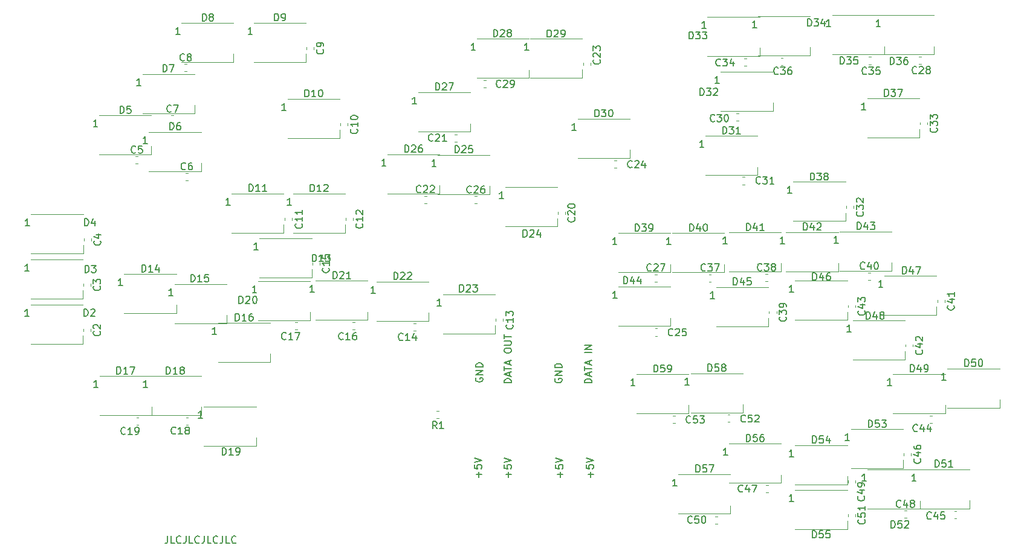
<source format=gbr>
G04 #@! TF.GenerationSoftware,KiCad,Pcbnew,(5.1.6)-1*
G04 #@! TF.CreationDate,2021-02-10T23:01:55+11:00*
G04 #@! TF.ProjectId,SNSR Panel PCB V2,534e5352-2050-4616-9e65-6c2050434220,rev?*
G04 #@! TF.SameCoordinates,Original*
G04 #@! TF.FileFunction,Legend,Top*
G04 #@! TF.FilePolarity,Positive*
%FSLAX46Y46*%
G04 Gerber Fmt 4.6, Leading zero omitted, Abs format (unit mm)*
G04 Created by KiCad (PCBNEW (5.1.6)-1) date 2021-02-10 23:01:55*
%MOMM*%
%LPD*%
G01*
G04 APERTURE LIST*
%ADD10C,0.150000*%
%ADD11C,0.120000*%
G04 APERTURE END LIST*
D10*
X100680952Y-123702380D02*
X100680952Y-124416666D01*
X100633333Y-124559523D01*
X100538095Y-124654761D01*
X100395238Y-124702380D01*
X100300000Y-124702380D01*
X101633333Y-124702380D02*
X101157142Y-124702380D01*
X101157142Y-123702380D01*
X102538095Y-124607142D02*
X102490476Y-124654761D01*
X102347619Y-124702380D01*
X102252380Y-124702380D01*
X102109523Y-124654761D01*
X102014285Y-124559523D01*
X101966666Y-124464285D01*
X101919047Y-124273809D01*
X101919047Y-124130952D01*
X101966666Y-123940476D01*
X102014285Y-123845238D01*
X102109523Y-123750000D01*
X102252380Y-123702380D01*
X102347619Y-123702380D01*
X102490476Y-123750000D01*
X102538095Y-123797619D01*
X103252380Y-123702380D02*
X103252380Y-124416666D01*
X103204761Y-124559523D01*
X103109523Y-124654761D01*
X102966666Y-124702380D01*
X102871428Y-124702380D01*
X104204761Y-124702380D02*
X103728571Y-124702380D01*
X103728571Y-123702380D01*
X105109523Y-124607142D02*
X105061904Y-124654761D01*
X104919047Y-124702380D01*
X104823809Y-124702380D01*
X104680952Y-124654761D01*
X104585714Y-124559523D01*
X104538095Y-124464285D01*
X104490476Y-124273809D01*
X104490476Y-124130952D01*
X104538095Y-123940476D01*
X104585714Y-123845238D01*
X104680952Y-123750000D01*
X104823809Y-123702380D01*
X104919047Y-123702380D01*
X105061904Y-123750000D01*
X105109523Y-123797619D01*
X105823809Y-123702380D02*
X105823809Y-124416666D01*
X105776190Y-124559523D01*
X105680952Y-124654761D01*
X105538095Y-124702380D01*
X105442857Y-124702380D01*
X106776190Y-124702380D02*
X106300000Y-124702380D01*
X106300000Y-123702380D01*
X107680952Y-124607142D02*
X107633333Y-124654761D01*
X107490476Y-124702380D01*
X107395238Y-124702380D01*
X107252380Y-124654761D01*
X107157142Y-124559523D01*
X107109523Y-124464285D01*
X107061904Y-124273809D01*
X107061904Y-124130952D01*
X107109523Y-123940476D01*
X107157142Y-123845238D01*
X107252380Y-123750000D01*
X107395238Y-123702380D01*
X107490476Y-123702380D01*
X107633333Y-123750000D01*
X107680952Y-123797619D01*
X108395238Y-123702380D02*
X108395238Y-124416666D01*
X108347619Y-124559523D01*
X108252380Y-124654761D01*
X108109523Y-124702380D01*
X108014285Y-124702380D01*
X109347619Y-124702380D02*
X108871428Y-124702380D01*
X108871428Y-123702380D01*
X110252380Y-124607142D02*
X110204761Y-124654761D01*
X110061904Y-124702380D01*
X109966666Y-124702380D01*
X109823809Y-124654761D01*
X109728571Y-124559523D01*
X109680952Y-124464285D01*
X109633333Y-124273809D01*
X109633333Y-124130952D01*
X109680952Y-123940476D01*
X109728571Y-123845238D01*
X109823809Y-123750000D01*
X109966666Y-123702380D01*
X110061904Y-123702380D01*
X110204761Y-123750000D01*
X110252380Y-123797619D01*
X148827380Y-102184523D02*
X147827380Y-102184523D01*
X147827380Y-101946428D01*
X147875000Y-101803571D01*
X147970238Y-101708333D01*
X148065476Y-101660714D01*
X148255952Y-101613095D01*
X148398809Y-101613095D01*
X148589285Y-101660714D01*
X148684523Y-101708333D01*
X148779761Y-101803571D01*
X148827380Y-101946428D01*
X148827380Y-102184523D01*
X148541666Y-101232142D02*
X148541666Y-100755952D01*
X148827380Y-101327380D02*
X147827380Y-100994047D01*
X148827380Y-100660714D01*
X147827380Y-100470238D02*
X147827380Y-99898809D01*
X148827380Y-100184523D02*
X147827380Y-100184523D01*
X148541666Y-99613095D02*
X148541666Y-99136904D01*
X148827380Y-99708333D02*
X147827380Y-99375000D01*
X148827380Y-99041666D01*
X147827380Y-97755952D02*
X147827380Y-97565476D01*
X147875000Y-97470238D01*
X147970238Y-97375000D01*
X148160714Y-97327380D01*
X148494047Y-97327380D01*
X148684523Y-97375000D01*
X148779761Y-97470238D01*
X148827380Y-97565476D01*
X148827380Y-97755952D01*
X148779761Y-97851190D01*
X148684523Y-97946428D01*
X148494047Y-97994047D01*
X148160714Y-97994047D01*
X147970238Y-97946428D01*
X147875000Y-97851190D01*
X147827380Y-97755952D01*
X147827380Y-96898809D02*
X148636904Y-96898809D01*
X148732142Y-96851190D01*
X148779761Y-96803571D01*
X148827380Y-96708333D01*
X148827380Y-96517857D01*
X148779761Y-96422619D01*
X148732142Y-96375000D01*
X148636904Y-96327380D01*
X147827380Y-96327380D01*
X147827380Y-95994047D02*
X147827380Y-95422619D01*
X148827380Y-95708333D02*
X147827380Y-95708333D01*
X160077380Y-102192857D02*
X159077380Y-102192857D01*
X159077380Y-101954761D01*
X159125000Y-101811904D01*
X159220238Y-101716666D01*
X159315476Y-101669047D01*
X159505952Y-101621428D01*
X159648809Y-101621428D01*
X159839285Y-101669047D01*
X159934523Y-101716666D01*
X160029761Y-101811904D01*
X160077380Y-101954761D01*
X160077380Y-102192857D01*
X159791666Y-101240476D02*
X159791666Y-100764285D01*
X160077380Y-101335714D02*
X159077380Y-101002380D01*
X160077380Y-100669047D01*
X159077380Y-100478571D02*
X159077380Y-99907142D01*
X160077380Y-100192857D02*
X159077380Y-100192857D01*
X159791666Y-99621428D02*
X159791666Y-99145238D01*
X160077380Y-99716666D02*
X159077380Y-99383333D01*
X160077380Y-99050000D01*
X160077380Y-97954761D02*
X159077380Y-97954761D01*
X160077380Y-97478571D02*
X159077380Y-97478571D01*
X160077380Y-96907142D01*
X159077380Y-96907142D01*
X154950000Y-101611904D02*
X154902380Y-101707142D01*
X154902380Y-101850000D01*
X154950000Y-101992857D01*
X155045238Y-102088095D01*
X155140476Y-102135714D01*
X155330952Y-102183333D01*
X155473809Y-102183333D01*
X155664285Y-102135714D01*
X155759523Y-102088095D01*
X155854761Y-101992857D01*
X155902380Y-101850000D01*
X155902380Y-101754761D01*
X155854761Y-101611904D01*
X155807142Y-101564285D01*
X155473809Y-101564285D01*
X155473809Y-101754761D01*
X155902380Y-101135714D02*
X154902380Y-101135714D01*
X155902380Y-100564285D01*
X154902380Y-100564285D01*
X155902380Y-100088095D02*
X154902380Y-100088095D01*
X154902380Y-99850000D01*
X154950000Y-99707142D01*
X155045238Y-99611904D01*
X155140476Y-99564285D01*
X155330952Y-99516666D01*
X155473809Y-99516666D01*
X155664285Y-99564285D01*
X155759523Y-99611904D01*
X155854761Y-99707142D01*
X155902380Y-99850000D01*
X155902380Y-100088095D01*
X143875000Y-101511904D02*
X143827380Y-101607142D01*
X143827380Y-101750000D01*
X143875000Y-101892857D01*
X143970238Y-101988095D01*
X144065476Y-102035714D01*
X144255952Y-102083333D01*
X144398809Y-102083333D01*
X144589285Y-102035714D01*
X144684523Y-101988095D01*
X144779761Y-101892857D01*
X144827380Y-101750000D01*
X144827380Y-101654761D01*
X144779761Y-101511904D01*
X144732142Y-101464285D01*
X144398809Y-101464285D01*
X144398809Y-101654761D01*
X144827380Y-101035714D02*
X143827380Y-101035714D01*
X144827380Y-100464285D01*
X143827380Y-100464285D01*
X144827380Y-99988095D02*
X143827380Y-99988095D01*
X143827380Y-99750000D01*
X143875000Y-99607142D01*
X143970238Y-99511904D01*
X144065476Y-99464285D01*
X144255952Y-99416666D01*
X144398809Y-99416666D01*
X144589285Y-99464285D01*
X144684523Y-99511904D01*
X144779761Y-99607142D01*
X144827380Y-99750000D01*
X144827380Y-99988095D01*
X159921428Y-115435714D02*
X159921428Y-114673809D01*
X160302380Y-115054761D02*
X159540476Y-115054761D01*
X159302380Y-113721428D02*
X159302380Y-114197619D01*
X159778571Y-114245238D01*
X159730952Y-114197619D01*
X159683333Y-114102380D01*
X159683333Y-113864285D01*
X159730952Y-113769047D01*
X159778571Y-113721428D01*
X159873809Y-113673809D01*
X160111904Y-113673809D01*
X160207142Y-113721428D01*
X160254761Y-113769047D01*
X160302380Y-113864285D01*
X160302380Y-114102380D01*
X160254761Y-114197619D01*
X160207142Y-114245238D01*
X159302380Y-113388095D02*
X160302380Y-113054761D01*
X159302380Y-112721428D01*
X155671428Y-115435714D02*
X155671428Y-114673809D01*
X156052380Y-115054761D02*
X155290476Y-115054761D01*
X155052380Y-113721428D02*
X155052380Y-114197619D01*
X155528571Y-114245238D01*
X155480952Y-114197619D01*
X155433333Y-114102380D01*
X155433333Y-113864285D01*
X155480952Y-113769047D01*
X155528571Y-113721428D01*
X155623809Y-113673809D01*
X155861904Y-113673809D01*
X155957142Y-113721428D01*
X156004761Y-113769047D01*
X156052380Y-113864285D01*
X156052380Y-114102380D01*
X156004761Y-114197619D01*
X155957142Y-114245238D01*
X155052380Y-113388095D02*
X156052380Y-113054761D01*
X155052380Y-112721428D01*
X144271428Y-115435714D02*
X144271428Y-114673809D01*
X144652380Y-115054761D02*
X143890476Y-115054761D01*
X143652380Y-113721428D02*
X143652380Y-114197619D01*
X144128571Y-114245238D01*
X144080952Y-114197619D01*
X144033333Y-114102380D01*
X144033333Y-113864285D01*
X144080952Y-113769047D01*
X144128571Y-113721428D01*
X144223809Y-113673809D01*
X144461904Y-113673809D01*
X144557142Y-113721428D01*
X144604761Y-113769047D01*
X144652380Y-113864285D01*
X144652380Y-114102380D01*
X144604761Y-114197619D01*
X144557142Y-114245238D01*
X143652380Y-113388095D02*
X144652380Y-113054761D01*
X143652380Y-112721428D01*
X148446428Y-115435714D02*
X148446428Y-114673809D01*
X148827380Y-115054761D02*
X148065476Y-115054761D01*
X147827380Y-113721428D02*
X147827380Y-114197619D01*
X148303571Y-114245238D01*
X148255952Y-114197619D01*
X148208333Y-114102380D01*
X148208333Y-113864285D01*
X148255952Y-113769047D01*
X148303571Y-113721428D01*
X148398809Y-113673809D01*
X148636904Y-113673809D01*
X148732142Y-113721428D01*
X148779761Y-113769047D01*
X148827380Y-113864285D01*
X148827380Y-114102380D01*
X148779761Y-114197619D01*
X148732142Y-114245238D01*
X147827380Y-113388095D02*
X148827380Y-113054761D01*
X147827380Y-112721428D01*
D11*
G04 #@! TO.C,C53*
X171449221Y-106790000D02*
X171774779Y-106790000D01*
X171449221Y-107810000D02*
X171774779Y-107810000D01*
G04 #@! TO.C,C52*
X179099221Y-106690000D02*
X179424779Y-106690000D01*
X179099221Y-107710000D02*
X179424779Y-107710000D01*
G04 #@! TO.C,C51*
X197010000Y-120599221D02*
X197010000Y-120924779D01*
X195990000Y-120599221D02*
X195990000Y-120924779D01*
G04 #@! TO.C,C50*
X177349221Y-120940000D02*
X177674779Y-120940000D01*
X177349221Y-121960000D02*
X177674779Y-121960000D01*
G04 #@! TO.C,C49*
X195990000Y-116250779D02*
X195990000Y-115925221D01*
X197010000Y-116250779D02*
X197010000Y-115925221D01*
G04 #@! TO.C,C48*
X203849221Y-120140000D02*
X204174779Y-120140000D01*
X203849221Y-121160000D02*
X204174779Y-121160000D01*
G04 #@! TO.C,C47*
X184449221Y-116540000D02*
X184774779Y-116540000D01*
X184449221Y-117560000D02*
X184774779Y-117560000D01*
G04 #@! TO.C,C46*
X204810000Y-112049221D02*
X204810000Y-112374779D01*
X203790000Y-112049221D02*
X203790000Y-112374779D01*
G04 #@! TO.C,C45*
X210849221Y-120240000D02*
X211174779Y-120240000D01*
X210849221Y-121260000D02*
X211174779Y-121260000D01*
G04 #@! TO.C,C44*
X207449221Y-106790000D02*
X207774779Y-106790000D01*
X207449221Y-107810000D02*
X207774779Y-107810000D01*
G04 #@! TO.C,C43*
X197010000Y-91299721D02*
X197010000Y-91625279D01*
X195990000Y-91299721D02*
X195990000Y-91625279D01*
G04 #@! TO.C,C42*
X205060000Y-96799721D02*
X205060000Y-97125279D01*
X204040000Y-96799721D02*
X204040000Y-97125279D01*
G04 #@! TO.C,C41*
X209510000Y-90549721D02*
X209510000Y-90875279D01*
X208490000Y-90549721D02*
X208490000Y-90875279D01*
G04 #@! TO.C,C40*
X198799221Y-86740000D02*
X199124779Y-86740000D01*
X198799221Y-87760000D02*
X199124779Y-87760000D01*
G04 #@! TO.C,C39*
X185960000Y-92149721D02*
X185960000Y-92475279D01*
X184940000Y-92149721D02*
X184940000Y-92475279D01*
G04 #@! TO.C,C38*
X184399221Y-86940000D02*
X184724779Y-86940000D01*
X184399221Y-87960000D02*
X184724779Y-87960000D01*
G04 #@! TO.C,C37*
X176475221Y-86990000D02*
X176800779Y-86990000D01*
X176475221Y-88010000D02*
X176800779Y-88010000D01*
G04 #@! TO.C,C36*
X186549221Y-56590000D02*
X186874779Y-56590000D01*
X186549221Y-57610000D02*
X186874779Y-57610000D01*
G04 #@! TO.C,C35*
X198899221Y-56490000D02*
X199224779Y-56490000D01*
X198899221Y-57510000D02*
X199224779Y-57510000D01*
G04 #@! TO.C,C34*
X181449221Y-56690000D02*
X181774779Y-56690000D01*
X181449221Y-57710000D02*
X181774779Y-57710000D01*
G04 #@! TO.C,C33*
X207110000Y-65649721D02*
X207110000Y-65975279D01*
X206090000Y-65649721D02*
X206090000Y-65975279D01*
G04 #@! TO.C,C32*
X196760000Y-77387221D02*
X196760000Y-77712779D01*
X195740000Y-77387221D02*
X195740000Y-77712779D01*
G04 #@! TO.C,C31*
X181149221Y-73340000D02*
X181474779Y-73340000D01*
X181149221Y-74360000D02*
X181474779Y-74360000D01*
G04 #@! TO.C,C30*
X180349221Y-64390000D02*
X180674779Y-64390000D01*
X180349221Y-65410000D02*
X180674779Y-65410000D01*
G04 #@! TO.C,C29*
X144937221Y-59790000D02*
X145262779Y-59790000D01*
X144937221Y-60810000D02*
X145262779Y-60810000D01*
G04 #@! TO.C,C28*
X205899221Y-56440000D02*
X206224779Y-56440000D01*
X205899221Y-57460000D02*
X206224779Y-57460000D01*
G04 #@! TO.C,C27*
X168899221Y-86990000D02*
X169224779Y-86990000D01*
X168899221Y-88010000D02*
X169224779Y-88010000D01*
G04 #@! TO.C,C26*
X143687221Y-76040000D02*
X144012779Y-76040000D01*
X143687221Y-77060000D02*
X144012779Y-77060000D01*
G04 #@! TO.C,C25*
X168949221Y-94590000D02*
X169274779Y-94590000D01*
X168949221Y-95610000D02*
X169274779Y-95610000D01*
G04 #@! TO.C,C24*
X163249221Y-71040000D02*
X163574779Y-71040000D01*
X163249221Y-72060000D02*
X163574779Y-72060000D01*
G04 #@! TO.C,C23*
X159910000Y-57299721D02*
X159910000Y-57625279D01*
X158890000Y-57299721D02*
X158890000Y-57625279D01*
G04 #@! TO.C,C22*
X136625221Y-75990000D02*
X136950779Y-75990000D01*
X136625221Y-77010000D02*
X136950779Y-77010000D01*
G04 #@! TO.C,C21*
X140899221Y-67340000D02*
X141224779Y-67340000D01*
X140899221Y-68360000D02*
X141224779Y-68360000D01*
G04 #@! TO.C,C20*
X156360000Y-78199721D02*
X156360000Y-78525279D01*
X155340000Y-78199721D02*
X155340000Y-78525279D01*
G04 #@! TO.C,R1*
X138349221Y-106140000D02*
X138674779Y-106140000D01*
X138349221Y-107160000D02*
X138674779Y-107160000D01*
G04 #@! TO.C,C19*
X96299721Y-107090000D02*
X96625279Y-107090000D01*
X96299721Y-108110000D02*
X96625279Y-108110000D01*
G04 #@! TO.C,C18*
X103249221Y-107090000D02*
X103574779Y-107090000D01*
X103249221Y-108110000D02*
X103574779Y-108110000D01*
G04 #@! TO.C,C17*
X118499221Y-93740000D02*
X118824779Y-93740000D01*
X118499221Y-94760000D02*
X118824779Y-94760000D01*
G04 #@! TO.C,C16*
X126549221Y-93690000D02*
X126874779Y-93690000D01*
X126549221Y-94710000D02*
X126874779Y-94710000D01*
G04 #@! TO.C,C15*
X121960000Y-85299721D02*
X121960000Y-85625279D01*
X120940000Y-85299721D02*
X120940000Y-85625279D01*
G04 #@! TO.C,C14*
X135099221Y-93890000D02*
X135424779Y-93890000D01*
X135099221Y-94910000D02*
X135424779Y-94910000D01*
G04 #@! TO.C,C13*
X147660000Y-93199721D02*
X147660000Y-93525279D01*
X146640000Y-93199721D02*
X146640000Y-93525279D01*
G04 #@! TO.C,C12*
X126660000Y-79074721D02*
X126660000Y-79400279D01*
X125640000Y-79074721D02*
X125640000Y-79400279D01*
G04 #@! TO.C,C11*
X118060000Y-79037221D02*
X118060000Y-79362779D01*
X117040000Y-79037221D02*
X117040000Y-79362779D01*
G04 #@! TO.C,C10*
X125910000Y-65799721D02*
X125910000Y-66125279D01*
X124890000Y-65799721D02*
X124890000Y-66125279D01*
G04 #@! TO.C,C9*
X121160000Y-55099721D02*
X121160000Y-55425279D01*
X120140000Y-55099721D02*
X120140000Y-55425279D01*
G04 #@! TO.C,C8*
X103049221Y-57490000D02*
X103374779Y-57490000D01*
X103049221Y-58510000D02*
X103374779Y-58510000D01*
G04 #@! TO.C,C7*
X101199221Y-64690000D02*
X101524779Y-64690000D01*
X101199221Y-65710000D02*
X101524779Y-65710000D01*
G04 #@! TO.C,C6*
X103199221Y-72790000D02*
X103524779Y-72790000D01*
X103199221Y-73810000D02*
X103524779Y-73810000D01*
G04 #@! TO.C,C5*
X96199721Y-70440000D02*
X96525279Y-70440000D01*
X96199721Y-71460000D02*
X96525279Y-71460000D01*
G04 #@! TO.C,C4*
X89960000Y-81949721D02*
X89960000Y-82275279D01*
X88940000Y-81949721D02*
X88940000Y-82275279D01*
G04 #@! TO.C,C3*
X89910000Y-88299721D02*
X89910000Y-88625279D01*
X88890000Y-88299721D02*
X88890000Y-88625279D01*
G04 #@! TO.C,C2*
X89910000Y-94637221D02*
X89910000Y-94962779D01*
X88890000Y-94637221D02*
X88890000Y-94962779D01*
G04 #@! TO.C,D59*
X173641000Y-106483000D02*
X173641000Y-105333000D01*
X166341000Y-106483000D02*
X173641000Y-106483000D01*
X166341000Y-100983000D02*
X173641000Y-100983000D01*
G04 #@! TO.C,D58*
X181235000Y-106382000D02*
X181235000Y-105232000D01*
X173935000Y-106382000D02*
X181235000Y-106382000D01*
X173935000Y-100882000D02*
X181235000Y-100882000D01*
G04 #@! TO.C,D57*
X179508000Y-120580000D02*
X179508000Y-119430000D01*
X172208000Y-120580000D02*
X179508000Y-120580000D01*
X172208000Y-115080000D02*
X179508000Y-115080000D01*
G04 #@! TO.C,D56*
X186620000Y-116237000D02*
X186620000Y-115087000D01*
X179320000Y-116237000D02*
X186620000Y-116237000D01*
X179320000Y-110737000D02*
X186620000Y-110737000D01*
G04 #@! TO.C,D55*
X195866000Y-122714000D02*
X195866000Y-121564000D01*
X188566000Y-122714000D02*
X195866000Y-122714000D01*
X188566000Y-117214000D02*
X195866000Y-117214000D01*
G04 #@! TO.C,D54*
X195866000Y-116440000D02*
X195866000Y-115290000D01*
X188566000Y-116440000D02*
X195866000Y-116440000D01*
X188566000Y-110940000D02*
X195866000Y-110940000D01*
G04 #@! TO.C,D53*
X203675000Y-114180000D02*
X203675000Y-113030000D01*
X196375000Y-114180000D02*
X203675000Y-114180000D01*
X196375000Y-108680000D02*
X203675000Y-108680000D01*
G04 #@! TO.C,D52*
X206037000Y-119895000D02*
X206037000Y-118745000D01*
X198737000Y-119895000D02*
X206037000Y-119895000D01*
X198737000Y-114395000D02*
X206037000Y-114395000D01*
G04 #@! TO.C,D51*
X213011000Y-119869000D02*
X213011000Y-118719000D01*
X205711000Y-119869000D02*
X213011000Y-119869000D01*
X205711000Y-114369000D02*
X213011000Y-114369000D01*
G04 #@! TO.C,D50*
X217202000Y-105696000D02*
X217202000Y-104546000D01*
X209902000Y-105696000D02*
X217202000Y-105696000D01*
X209902000Y-100196000D02*
X217202000Y-100196000D01*
G04 #@! TO.C,D49*
X209593000Y-106458000D02*
X209593000Y-105308000D01*
X202293000Y-106458000D02*
X209593000Y-106458000D01*
X202293000Y-100958000D02*
X209593000Y-100958000D01*
G04 #@! TO.C,D48*
X203943000Y-98914200D02*
X203943000Y-97764200D01*
X196643000Y-98914200D02*
X203943000Y-98914200D01*
X196643000Y-93414200D02*
X203943000Y-93414200D01*
G04 #@! TO.C,D47*
X208362000Y-92665800D02*
X208362000Y-91515800D01*
X201062000Y-92665800D02*
X208362000Y-92665800D01*
X201062000Y-87165800D02*
X208362000Y-87165800D01*
G04 #@! TO.C,D46*
X195866000Y-93377000D02*
X195866000Y-92227000D01*
X188566000Y-93377000D02*
X195866000Y-93377000D01*
X188566000Y-87877000D02*
X195866000Y-87877000D01*
G04 #@! TO.C,D45*
X184791000Y-94266000D02*
X184791000Y-93116000D01*
X177491000Y-94266000D02*
X184791000Y-94266000D01*
X177491000Y-88766000D02*
X184791000Y-88766000D01*
G04 #@! TO.C,D44*
X171126000Y-94240600D02*
X171126000Y-93090600D01*
X163826000Y-94240600D02*
X171126000Y-94240600D01*
X163826000Y-88740600D02*
X171126000Y-88740600D01*
G04 #@! TO.C,D43*
X202114000Y-86468200D02*
X202114000Y-85318200D01*
X194814000Y-86468200D02*
X202114000Y-86468200D01*
X194814000Y-80968200D02*
X202114000Y-80968200D01*
G04 #@! TO.C,D42*
X194596000Y-86569800D02*
X194596000Y-85419800D01*
X187296000Y-86569800D02*
X194596000Y-86569800D01*
X187296000Y-81069800D02*
X194596000Y-81069800D01*
G04 #@! TO.C,D41*
X186569000Y-86595200D02*
X186569000Y-85445200D01*
X179269000Y-86595200D02*
X186569000Y-86595200D01*
X179269000Y-81095200D02*
X186569000Y-81095200D01*
G04 #@! TO.C,D40*
X178670000Y-86696800D02*
X178670000Y-85546800D01*
X171370000Y-86696800D02*
X178670000Y-86696800D01*
X171370000Y-81196800D02*
X178670000Y-81196800D01*
G04 #@! TO.C,D39*
X171101000Y-86696800D02*
X171101000Y-85546800D01*
X163801000Y-86696800D02*
X171101000Y-86696800D01*
X163801000Y-81196800D02*
X171101000Y-81196800D01*
G04 #@! TO.C,D38*
X195612000Y-79508600D02*
X195612000Y-78358600D01*
X188312000Y-79508600D02*
X195612000Y-79508600D01*
X188312000Y-74008600D02*
X195612000Y-74008600D01*
G04 #@! TO.C,D37*
X205975000Y-67773800D02*
X205975000Y-66623800D01*
X198675000Y-67773800D02*
X205975000Y-67773800D01*
X198675000Y-62273800D02*
X205975000Y-62273800D01*
G04 #@! TO.C,D36*
X208032000Y-56140600D02*
X208032000Y-54990600D01*
X200732000Y-56140600D02*
X208032000Y-56140600D01*
X200732000Y-50640600D02*
X208032000Y-50640600D01*
G04 #@! TO.C,D35*
X201047000Y-56141000D02*
X201047000Y-54991000D01*
X193747000Y-56141000D02*
X201047000Y-56141000D01*
X193747000Y-50641000D02*
X201047000Y-50641000D01*
G04 #@! TO.C,D34*
X190684000Y-56268000D02*
X190684000Y-55118000D01*
X183384000Y-56268000D02*
X190684000Y-56268000D01*
X183384000Y-50768000D02*
X190684000Y-50768000D01*
G04 #@! TO.C,D33*
X183597000Y-56344200D02*
X183597000Y-55194200D01*
X176297000Y-56344200D02*
X183597000Y-56344200D01*
X176297000Y-50844200D02*
X183597000Y-50844200D01*
G04 #@! TO.C,D32*
X185449000Y-64065800D02*
X185449000Y-62915800D01*
X178149000Y-64065800D02*
X185449000Y-64065800D01*
X178149000Y-58565800D02*
X185449000Y-58565800D01*
G04 #@! TO.C,D31*
X183290000Y-73057400D02*
X183290000Y-71907400D01*
X175990000Y-73057400D02*
X183290000Y-73057400D01*
X175990000Y-67557400D02*
X183290000Y-67557400D01*
G04 #@! TO.C,D30*
X165411000Y-70669400D02*
X165411000Y-69519400D01*
X158111000Y-70669400D02*
X165411000Y-70669400D01*
X158111000Y-65169400D02*
X165411000Y-65169400D01*
G04 #@! TO.C,D29*
X158768000Y-59417400D02*
X158768000Y-58267400D01*
X151468000Y-59417400D02*
X158768000Y-59417400D01*
X151468000Y-53917400D02*
X158768000Y-53917400D01*
G04 #@! TO.C,D28*
X151300000Y-59442800D02*
X151300000Y-58292800D01*
X144000000Y-59442800D02*
X151300000Y-59442800D01*
X144000000Y-53942800D02*
X151300000Y-53942800D01*
G04 #@! TO.C,D27*
X143057000Y-66986400D02*
X143057000Y-65836400D01*
X135757000Y-66986400D02*
X143057000Y-66986400D01*
X135757000Y-61486400D02*
X143057000Y-61486400D01*
G04 #@! TO.C,D26*
X138766000Y-75647800D02*
X138766000Y-74497800D01*
X131466000Y-75647800D02*
X138766000Y-75647800D01*
X131466000Y-70147800D02*
X138766000Y-70147800D01*
G04 #@! TO.C,D25*
X145802000Y-75724000D02*
X145802000Y-74574000D01*
X138502000Y-75724000D02*
X145802000Y-75724000D01*
X138502000Y-70224000D02*
X145802000Y-70224000D01*
G04 #@! TO.C,D24*
X155251000Y-80270600D02*
X155251000Y-79120600D01*
X147951000Y-80270600D02*
X155251000Y-80270600D01*
X147951000Y-74770600D02*
X155251000Y-74770600D01*
G04 #@! TO.C,D23*
X146539000Y-95282000D02*
X146539000Y-94132000D01*
X139239000Y-95282000D02*
X146539000Y-95282000D01*
X139239000Y-89782000D02*
X146539000Y-89782000D01*
G04 #@! TO.C,D22*
X137268000Y-93529400D02*
X137268000Y-92379400D01*
X129968000Y-93529400D02*
X137268000Y-93529400D01*
X129968000Y-88029400D02*
X137268000Y-88029400D01*
G04 #@! TO.C,D21*
X128708000Y-93377000D02*
X128708000Y-92227000D01*
X121408000Y-93377000D02*
X128708000Y-93377000D01*
X121408000Y-87877000D02*
X128708000Y-87877000D01*
G04 #@! TO.C,D20*
X120656000Y-93427800D02*
X120656000Y-92277800D01*
X113356000Y-93427800D02*
X120656000Y-93427800D01*
X113356000Y-87927800D02*
X120656000Y-87927800D01*
G04 #@! TO.C,D19*
X113075000Y-111025000D02*
X113075000Y-109875000D01*
X105775000Y-111025000D02*
X113075000Y-111025000D01*
X105775000Y-105525000D02*
X113075000Y-105525000D01*
G04 #@! TO.C,D18*
X105391000Y-106737000D02*
X105391000Y-105587000D01*
X98091000Y-106737000D02*
X105391000Y-106737000D01*
X98091000Y-101237000D02*
X105391000Y-101237000D01*
G04 #@! TO.C,D17*
X98431200Y-106737000D02*
X98431200Y-105587000D01*
X91131200Y-106737000D02*
X98431200Y-106737000D01*
X91131200Y-101237000D02*
X98431200Y-101237000D01*
G04 #@! TO.C,D16*
X115041000Y-99270200D02*
X115041000Y-98120200D01*
X107741000Y-99270200D02*
X115041000Y-99270200D01*
X107741000Y-93770200D02*
X115041000Y-93770200D01*
G04 #@! TO.C,D15*
X108945000Y-93834200D02*
X108945000Y-92684200D01*
X101645000Y-93834200D02*
X108945000Y-93834200D01*
X101645000Y-88334200D02*
X108945000Y-88334200D01*
G04 #@! TO.C,D14*
X101885600Y-92437600D02*
X101885600Y-91287600D01*
X94585600Y-92437600D02*
X101885600Y-92437600D01*
X94585600Y-86937600D02*
X101885600Y-86937600D01*
G04 #@! TO.C,D13*
X120859000Y-87433800D02*
X120859000Y-86283800D01*
X113559000Y-87433800D02*
X120859000Y-87433800D01*
X113559000Y-81933800D02*
X120859000Y-81933800D01*
G04 #@! TO.C,D12*
X125533000Y-81159600D02*
X125533000Y-80009600D01*
X118233000Y-81159600D02*
X125533000Y-81159600D01*
X118233000Y-75659600D02*
X125533000Y-75659600D01*
G04 #@! TO.C,D11*
X116948000Y-81134200D02*
X116948000Y-79984200D01*
X109648000Y-81134200D02*
X116948000Y-81134200D01*
X109648000Y-75634200D02*
X116948000Y-75634200D01*
G04 #@! TO.C,D10*
X124771000Y-67875400D02*
X124771000Y-66725400D01*
X117471000Y-67875400D02*
X124771000Y-67875400D01*
X117471000Y-62375400D02*
X124771000Y-62375400D01*
G04 #@! TO.C,D9*
X120047000Y-57207400D02*
X120047000Y-56057400D01*
X112747000Y-57207400D02*
X120047000Y-57207400D01*
X112747000Y-51707400D02*
X120047000Y-51707400D01*
G04 #@! TO.C,D8*
X109912000Y-57207800D02*
X109912000Y-56057800D01*
X102612000Y-57207800D02*
X109912000Y-57207800D01*
X102612000Y-51707800D02*
X109912000Y-51707800D01*
G04 #@! TO.C,D7*
X104451000Y-64370200D02*
X104451000Y-63220200D01*
X97151000Y-64370200D02*
X104451000Y-64370200D01*
X97151000Y-58870200D02*
X104451000Y-58870200D01*
G04 #@! TO.C,D6*
X105363000Y-72498200D02*
X105363000Y-71348200D01*
X98063000Y-72498200D02*
X105363000Y-72498200D01*
X98063000Y-66998200D02*
X105363000Y-66998200D01*
G04 #@! TO.C,D5*
X98378200Y-70161400D02*
X98378200Y-69011400D01*
X91078200Y-70161400D02*
X98378200Y-70161400D01*
X91078200Y-64661400D02*
X98378200Y-64661400D01*
G04 #@! TO.C,D4*
X88853200Y-84055200D02*
X88853200Y-82905200D01*
X81553200Y-84055200D02*
X88853200Y-84055200D01*
X81553200Y-78555200D02*
X88853200Y-78555200D01*
G04 #@! TO.C,D3*
X88790800Y-90405400D02*
X88790800Y-89255400D01*
X81490800Y-90405400D02*
X88790800Y-90405400D01*
X81490800Y-84905400D02*
X88790800Y-84905400D01*
G04 #@! TO.C,D2*
X88779200Y-96755200D02*
X88779200Y-95605200D01*
X81479200Y-96755200D02*
X88779200Y-96755200D01*
X81479200Y-91255200D02*
X88779200Y-91255200D01*
G04 #@! TO.C,C53*
D10*
X173932142Y-107732142D02*
X173884523Y-107779761D01*
X173741666Y-107827380D01*
X173646428Y-107827380D01*
X173503571Y-107779761D01*
X173408333Y-107684523D01*
X173360714Y-107589285D01*
X173313095Y-107398809D01*
X173313095Y-107255952D01*
X173360714Y-107065476D01*
X173408333Y-106970238D01*
X173503571Y-106875000D01*
X173646428Y-106827380D01*
X173741666Y-106827380D01*
X173884523Y-106875000D01*
X173932142Y-106922619D01*
X174836904Y-106827380D02*
X174360714Y-106827380D01*
X174313095Y-107303571D01*
X174360714Y-107255952D01*
X174455952Y-107208333D01*
X174694047Y-107208333D01*
X174789285Y-107255952D01*
X174836904Y-107303571D01*
X174884523Y-107398809D01*
X174884523Y-107636904D01*
X174836904Y-107732142D01*
X174789285Y-107779761D01*
X174694047Y-107827380D01*
X174455952Y-107827380D01*
X174360714Y-107779761D01*
X174313095Y-107732142D01*
X175217857Y-106827380D02*
X175836904Y-106827380D01*
X175503571Y-107208333D01*
X175646428Y-107208333D01*
X175741666Y-107255952D01*
X175789285Y-107303571D01*
X175836904Y-107398809D01*
X175836904Y-107636904D01*
X175789285Y-107732142D01*
X175741666Y-107779761D01*
X175646428Y-107827380D01*
X175360714Y-107827380D01*
X175265476Y-107779761D01*
X175217857Y-107732142D01*
G04 #@! TO.C,C52*
X181607142Y-107607142D02*
X181559523Y-107654761D01*
X181416666Y-107702380D01*
X181321428Y-107702380D01*
X181178571Y-107654761D01*
X181083333Y-107559523D01*
X181035714Y-107464285D01*
X180988095Y-107273809D01*
X180988095Y-107130952D01*
X181035714Y-106940476D01*
X181083333Y-106845238D01*
X181178571Y-106750000D01*
X181321428Y-106702380D01*
X181416666Y-106702380D01*
X181559523Y-106750000D01*
X181607142Y-106797619D01*
X182511904Y-106702380D02*
X182035714Y-106702380D01*
X181988095Y-107178571D01*
X182035714Y-107130952D01*
X182130952Y-107083333D01*
X182369047Y-107083333D01*
X182464285Y-107130952D01*
X182511904Y-107178571D01*
X182559523Y-107273809D01*
X182559523Y-107511904D01*
X182511904Y-107607142D01*
X182464285Y-107654761D01*
X182369047Y-107702380D01*
X182130952Y-107702380D01*
X182035714Y-107654761D01*
X181988095Y-107607142D01*
X182940476Y-106797619D02*
X182988095Y-106750000D01*
X183083333Y-106702380D01*
X183321428Y-106702380D01*
X183416666Y-106750000D01*
X183464285Y-106797619D01*
X183511904Y-106892857D01*
X183511904Y-106988095D01*
X183464285Y-107130952D01*
X182892857Y-107702380D01*
X183511904Y-107702380D01*
G04 #@! TO.C,C51*
X198287142Y-121404857D02*
X198334761Y-121452476D01*
X198382380Y-121595333D01*
X198382380Y-121690571D01*
X198334761Y-121833428D01*
X198239523Y-121928666D01*
X198144285Y-121976285D01*
X197953809Y-122023904D01*
X197810952Y-122023904D01*
X197620476Y-121976285D01*
X197525238Y-121928666D01*
X197430000Y-121833428D01*
X197382380Y-121690571D01*
X197382380Y-121595333D01*
X197430000Y-121452476D01*
X197477619Y-121404857D01*
X197382380Y-120500095D02*
X197382380Y-120976285D01*
X197858571Y-121023904D01*
X197810952Y-120976285D01*
X197763333Y-120881047D01*
X197763333Y-120642952D01*
X197810952Y-120547714D01*
X197858571Y-120500095D01*
X197953809Y-120452476D01*
X198191904Y-120452476D01*
X198287142Y-120500095D01*
X198334761Y-120547714D01*
X198382380Y-120642952D01*
X198382380Y-120881047D01*
X198334761Y-120976285D01*
X198287142Y-121023904D01*
X198382380Y-119500095D02*
X198382380Y-120071523D01*
X198382380Y-119785809D02*
X197382380Y-119785809D01*
X197525238Y-119881047D01*
X197620476Y-119976285D01*
X197668095Y-120071523D01*
G04 #@! TO.C,C50*
X174132142Y-121807142D02*
X174084523Y-121854761D01*
X173941666Y-121902380D01*
X173846428Y-121902380D01*
X173703571Y-121854761D01*
X173608333Y-121759523D01*
X173560714Y-121664285D01*
X173513095Y-121473809D01*
X173513095Y-121330952D01*
X173560714Y-121140476D01*
X173608333Y-121045238D01*
X173703571Y-120950000D01*
X173846428Y-120902380D01*
X173941666Y-120902380D01*
X174084523Y-120950000D01*
X174132142Y-120997619D01*
X175036904Y-120902380D02*
X174560714Y-120902380D01*
X174513095Y-121378571D01*
X174560714Y-121330952D01*
X174655952Y-121283333D01*
X174894047Y-121283333D01*
X174989285Y-121330952D01*
X175036904Y-121378571D01*
X175084523Y-121473809D01*
X175084523Y-121711904D01*
X175036904Y-121807142D01*
X174989285Y-121854761D01*
X174894047Y-121902380D01*
X174655952Y-121902380D01*
X174560714Y-121854761D01*
X174513095Y-121807142D01*
X175703571Y-120902380D02*
X175798809Y-120902380D01*
X175894047Y-120950000D01*
X175941666Y-120997619D01*
X175989285Y-121092857D01*
X176036904Y-121283333D01*
X176036904Y-121521428D01*
X175989285Y-121711904D01*
X175941666Y-121807142D01*
X175894047Y-121854761D01*
X175798809Y-121902380D01*
X175703571Y-121902380D01*
X175608333Y-121854761D01*
X175560714Y-121807142D01*
X175513095Y-121711904D01*
X175465476Y-121521428D01*
X175465476Y-121283333D01*
X175513095Y-121092857D01*
X175560714Y-120997619D01*
X175608333Y-120950000D01*
X175703571Y-120902380D01*
G04 #@! TO.C,C49*
X198207142Y-118117857D02*
X198254761Y-118165476D01*
X198302380Y-118308333D01*
X198302380Y-118403571D01*
X198254761Y-118546428D01*
X198159523Y-118641666D01*
X198064285Y-118689285D01*
X197873809Y-118736904D01*
X197730952Y-118736904D01*
X197540476Y-118689285D01*
X197445238Y-118641666D01*
X197350000Y-118546428D01*
X197302380Y-118403571D01*
X197302380Y-118308333D01*
X197350000Y-118165476D01*
X197397619Y-118117857D01*
X197635714Y-117260714D02*
X198302380Y-117260714D01*
X197254761Y-117498809D02*
X197969047Y-117736904D01*
X197969047Y-117117857D01*
X198302380Y-116689285D02*
X198302380Y-116498809D01*
X198254761Y-116403571D01*
X198207142Y-116355952D01*
X198064285Y-116260714D01*
X197873809Y-116213095D01*
X197492857Y-116213095D01*
X197397619Y-116260714D01*
X197350000Y-116308333D01*
X197302380Y-116403571D01*
X197302380Y-116594047D01*
X197350000Y-116689285D01*
X197397619Y-116736904D01*
X197492857Y-116784523D01*
X197730952Y-116784523D01*
X197826190Y-116736904D01*
X197873809Y-116689285D01*
X197921428Y-116594047D01*
X197921428Y-116403571D01*
X197873809Y-116308333D01*
X197826190Y-116260714D01*
X197730952Y-116213095D01*
G04 #@! TO.C,C48*
X203369142Y-119577142D02*
X203321523Y-119624761D01*
X203178666Y-119672380D01*
X203083428Y-119672380D01*
X202940571Y-119624761D01*
X202845333Y-119529523D01*
X202797714Y-119434285D01*
X202750095Y-119243809D01*
X202750095Y-119100952D01*
X202797714Y-118910476D01*
X202845333Y-118815238D01*
X202940571Y-118720000D01*
X203083428Y-118672380D01*
X203178666Y-118672380D01*
X203321523Y-118720000D01*
X203369142Y-118767619D01*
X204226285Y-119005714D02*
X204226285Y-119672380D01*
X203988190Y-118624761D02*
X203750095Y-119339047D01*
X204369142Y-119339047D01*
X204892952Y-119100952D02*
X204797714Y-119053333D01*
X204750095Y-119005714D01*
X204702476Y-118910476D01*
X204702476Y-118862857D01*
X204750095Y-118767619D01*
X204797714Y-118720000D01*
X204892952Y-118672380D01*
X205083428Y-118672380D01*
X205178666Y-118720000D01*
X205226285Y-118767619D01*
X205273904Y-118862857D01*
X205273904Y-118910476D01*
X205226285Y-119005714D01*
X205178666Y-119053333D01*
X205083428Y-119100952D01*
X204892952Y-119100952D01*
X204797714Y-119148571D01*
X204750095Y-119196190D01*
X204702476Y-119291428D01*
X204702476Y-119481904D01*
X204750095Y-119577142D01*
X204797714Y-119624761D01*
X204892952Y-119672380D01*
X205083428Y-119672380D01*
X205178666Y-119624761D01*
X205226285Y-119577142D01*
X205273904Y-119481904D01*
X205273904Y-119291428D01*
X205226285Y-119196190D01*
X205178666Y-119148571D01*
X205083428Y-119100952D01*
G04 #@! TO.C,C47*
X181232142Y-117432142D02*
X181184523Y-117479761D01*
X181041666Y-117527380D01*
X180946428Y-117527380D01*
X180803571Y-117479761D01*
X180708333Y-117384523D01*
X180660714Y-117289285D01*
X180613095Y-117098809D01*
X180613095Y-116955952D01*
X180660714Y-116765476D01*
X180708333Y-116670238D01*
X180803571Y-116575000D01*
X180946428Y-116527380D01*
X181041666Y-116527380D01*
X181184523Y-116575000D01*
X181232142Y-116622619D01*
X182089285Y-116860714D02*
X182089285Y-117527380D01*
X181851190Y-116479761D02*
X181613095Y-117194047D01*
X182232142Y-117194047D01*
X182517857Y-116527380D02*
X183184523Y-116527380D01*
X182755952Y-117527380D01*
G04 #@! TO.C,C46*
X206087142Y-112854857D02*
X206134761Y-112902476D01*
X206182380Y-113045333D01*
X206182380Y-113140571D01*
X206134761Y-113283428D01*
X206039523Y-113378666D01*
X205944285Y-113426285D01*
X205753809Y-113473904D01*
X205610952Y-113473904D01*
X205420476Y-113426285D01*
X205325238Y-113378666D01*
X205230000Y-113283428D01*
X205182380Y-113140571D01*
X205182380Y-113045333D01*
X205230000Y-112902476D01*
X205277619Y-112854857D01*
X205515714Y-111997714D02*
X206182380Y-111997714D01*
X205134761Y-112235809D02*
X205849047Y-112473904D01*
X205849047Y-111854857D01*
X205182380Y-111045333D02*
X205182380Y-111235809D01*
X205230000Y-111331047D01*
X205277619Y-111378666D01*
X205420476Y-111473904D01*
X205610952Y-111521523D01*
X205991904Y-111521523D01*
X206087142Y-111473904D01*
X206134761Y-111426285D01*
X206182380Y-111331047D01*
X206182380Y-111140571D01*
X206134761Y-111045333D01*
X206087142Y-110997714D01*
X205991904Y-110950095D01*
X205753809Y-110950095D01*
X205658571Y-110997714D01*
X205610952Y-111045333D01*
X205563333Y-111140571D01*
X205563333Y-111331047D01*
X205610952Y-111426285D01*
X205658571Y-111473904D01*
X205753809Y-111521523D01*
G04 #@! TO.C,C45*
X207632142Y-121232142D02*
X207584523Y-121279761D01*
X207441666Y-121327380D01*
X207346428Y-121327380D01*
X207203571Y-121279761D01*
X207108333Y-121184523D01*
X207060714Y-121089285D01*
X207013095Y-120898809D01*
X207013095Y-120755952D01*
X207060714Y-120565476D01*
X207108333Y-120470238D01*
X207203571Y-120375000D01*
X207346428Y-120327380D01*
X207441666Y-120327380D01*
X207584523Y-120375000D01*
X207632142Y-120422619D01*
X208489285Y-120660714D02*
X208489285Y-121327380D01*
X208251190Y-120279761D02*
X208013095Y-120994047D01*
X208632142Y-120994047D01*
X209489285Y-120327380D02*
X209013095Y-120327380D01*
X208965476Y-120803571D01*
X209013095Y-120755952D01*
X209108333Y-120708333D01*
X209346428Y-120708333D01*
X209441666Y-120755952D01*
X209489285Y-120803571D01*
X209536904Y-120898809D01*
X209536904Y-121136904D01*
X209489285Y-121232142D01*
X209441666Y-121279761D01*
X209346428Y-121327380D01*
X209108333Y-121327380D01*
X209013095Y-121279761D01*
X208965476Y-121232142D01*
G04 #@! TO.C,C44*
X205707142Y-108957142D02*
X205659523Y-109004761D01*
X205516666Y-109052380D01*
X205421428Y-109052380D01*
X205278571Y-109004761D01*
X205183333Y-108909523D01*
X205135714Y-108814285D01*
X205088095Y-108623809D01*
X205088095Y-108480952D01*
X205135714Y-108290476D01*
X205183333Y-108195238D01*
X205278571Y-108100000D01*
X205421428Y-108052380D01*
X205516666Y-108052380D01*
X205659523Y-108100000D01*
X205707142Y-108147619D01*
X206564285Y-108385714D02*
X206564285Y-109052380D01*
X206326190Y-108004761D02*
X206088095Y-108719047D01*
X206707142Y-108719047D01*
X207516666Y-108385714D02*
X207516666Y-109052380D01*
X207278571Y-108004761D02*
X207040476Y-108719047D01*
X207659523Y-108719047D01*
G04 #@! TO.C,C43*
X198287142Y-92105357D02*
X198334761Y-92152976D01*
X198382380Y-92295833D01*
X198382380Y-92391071D01*
X198334761Y-92533928D01*
X198239523Y-92629166D01*
X198144285Y-92676785D01*
X197953809Y-92724404D01*
X197810952Y-92724404D01*
X197620476Y-92676785D01*
X197525238Y-92629166D01*
X197430000Y-92533928D01*
X197382380Y-92391071D01*
X197382380Y-92295833D01*
X197430000Y-92152976D01*
X197477619Y-92105357D01*
X197715714Y-91248214D02*
X198382380Y-91248214D01*
X197334761Y-91486309D02*
X198049047Y-91724404D01*
X198049047Y-91105357D01*
X197382380Y-90819642D02*
X197382380Y-90200595D01*
X197763333Y-90533928D01*
X197763333Y-90391071D01*
X197810952Y-90295833D01*
X197858571Y-90248214D01*
X197953809Y-90200595D01*
X198191904Y-90200595D01*
X198287142Y-90248214D01*
X198334761Y-90295833D01*
X198382380Y-90391071D01*
X198382380Y-90676785D01*
X198334761Y-90772023D01*
X198287142Y-90819642D01*
G04 #@! TO.C,C42*
X206337142Y-97605357D02*
X206384761Y-97652976D01*
X206432380Y-97795833D01*
X206432380Y-97891071D01*
X206384761Y-98033928D01*
X206289523Y-98129166D01*
X206194285Y-98176785D01*
X206003809Y-98224404D01*
X205860952Y-98224404D01*
X205670476Y-98176785D01*
X205575238Y-98129166D01*
X205480000Y-98033928D01*
X205432380Y-97891071D01*
X205432380Y-97795833D01*
X205480000Y-97652976D01*
X205527619Y-97605357D01*
X205765714Y-96748214D02*
X206432380Y-96748214D01*
X205384761Y-96986309D02*
X206099047Y-97224404D01*
X206099047Y-96605357D01*
X205527619Y-96272023D02*
X205480000Y-96224404D01*
X205432380Y-96129166D01*
X205432380Y-95891071D01*
X205480000Y-95795833D01*
X205527619Y-95748214D01*
X205622857Y-95700595D01*
X205718095Y-95700595D01*
X205860952Y-95748214D01*
X206432380Y-96319642D01*
X206432380Y-95700595D01*
G04 #@! TO.C,C41*
X210787142Y-91355357D02*
X210834761Y-91402976D01*
X210882380Y-91545833D01*
X210882380Y-91641071D01*
X210834761Y-91783928D01*
X210739523Y-91879166D01*
X210644285Y-91926785D01*
X210453809Y-91974404D01*
X210310952Y-91974404D01*
X210120476Y-91926785D01*
X210025238Y-91879166D01*
X209930000Y-91783928D01*
X209882380Y-91641071D01*
X209882380Y-91545833D01*
X209930000Y-91402976D01*
X209977619Y-91355357D01*
X210215714Y-90498214D02*
X210882380Y-90498214D01*
X209834761Y-90736309D02*
X210549047Y-90974404D01*
X210549047Y-90355357D01*
X210882380Y-89450595D02*
X210882380Y-90022023D01*
X210882380Y-89736309D02*
X209882380Y-89736309D01*
X210025238Y-89831547D01*
X210120476Y-89926785D01*
X210168095Y-90022023D01*
G04 #@! TO.C,C40*
X198319142Y-86177142D02*
X198271523Y-86224761D01*
X198128666Y-86272380D01*
X198033428Y-86272380D01*
X197890571Y-86224761D01*
X197795333Y-86129523D01*
X197747714Y-86034285D01*
X197700095Y-85843809D01*
X197700095Y-85700952D01*
X197747714Y-85510476D01*
X197795333Y-85415238D01*
X197890571Y-85320000D01*
X198033428Y-85272380D01*
X198128666Y-85272380D01*
X198271523Y-85320000D01*
X198319142Y-85367619D01*
X199176285Y-85605714D02*
X199176285Y-86272380D01*
X198938190Y-85224761D02*
X198700095Y-85939047D01*
X199319142Y-85939047D01*
X199890571Y-85272380D02*
X199985809Y-85272380D01*
X200081047Y-85320000D01*
X200128666Y-85367619D01*
X200176285Y-85462857D01*
X200223904Y-85653333D01*
X200223904Y-85891428D01*
X200176285Y-86081904D01*
X200128666Y-86177142D01*
X200081047Y-86224761D01*
X199985809Y-86272380D01*
X199890571Y-86272380D01*
X199795333Y-86224761D01*
X199747714Y-86177142D01*
X199700095Y-86081904D01*
X199652476Y-85891428D01*
X199652476Y-85653333D01*
X199700095Y-85462857D01*
X199747714Y-85367619D01*
X199795333Y-85320000D01*
X199890571Y-85272380D01*
G04 #@! TO.C,C39*
X187237142Y-92955357D02*
X187284761Y-93002976D01*
X187332380Y-93145833D01*
X187332380Y-93241071D01*
X187284761Y-93383928D01*
X187189523Y-93479166D01*
X187094285Y-93526785D01*
X186903809Y-93574404D01*
X186760952Y-93574404D01*
X186570476Y-93526785D01*
X186475238Y-93479166D01*
X186380000Y-93383928D01*
X186332380Y-93241071D01*
X186332380Y-93145833D01*
X186380000Y-93002976D01*
X186427619Y-92955357D01*
X186332380Y-92622023D02*
X186332380Y-92002976D01*
X186713333Y-92336309D01*
X186713333Y-92193452D01*
X186760952Y-92098214D01*
X186808571Y-92050595D01*
X186903809Y-92002976D01*
X187141904Y-92002976D01*
X187237142Y-92050595D01*
X187284761Y-92098214D01*
X187332380Y-92193452D01*
X187332380Y-92479166D01*
X187284761Y-92574404D01*
X187237142Y-92622023D01*
X187332380Y-91526785D02*
X187332380Y-91336309D01*
X187284761Y-91241071D01*
X187237142Y-91193452D01*
X187094285Y-91098214D01*
X186903809Y-91050595D01*
X186522857Y-91050595D01*
X186427619Y-91098214D01*
X186380000Y-91145833D01*
X186332380Y-91241071D01*
X186332380Y-91431547D01*
X186380000Y-91526785D01*
X186427619Y-91574404D01*
X186522857Y-91622023D01*
X186760952Y-91622023D01*
X186856190Y-91574404D01*
X186903809Y-91526785D01*
X186951428Y-91431547D01*
X186951428Y-91241071D01*
X186903809Y-91145833D01*
X186856190Y-91098214D01*
X186760952Y-91050595D01*
G04 #@! TO.C,C38*
X183919142Y-86377142D02*
X183871523Y-86424761D01*
X183728666Y-86472380D01*
X183633428Y-86472380D01*
X183490571Y-86424761D01*
X183395333Y-86329523D01*
X183347714Y-86234285D01*
X183300095Y-86043809D01*
X183300095Y-85900952D01*
X183347714Y-85710476D01*
X183395333Y-85615238D01*
X183490571Y-85520000D01*
X183633428Y-85472380D01*
X183728666Y-85472380D01*
X183871523Y-85520000D01*
X183919142Y-85567619D01*
X184252476Y-85472380D02*
X184871523Y-85472380D01*
X184538190Y-85853333D01*
X184681047Y-85853333D01*
X184776285Y-85900952D01*
X184823904Y-85948571D01*
X184871523Y-86043809D01*
X184871523Y-86281904D01*
X184823904Y-86377142D01*
X184776285Y-86424761D01*
X184681047Y-86472380D01*
X184395333Y-86472380D01*
X184300095Y-86424761D01*
X184252476Y-86377142D01*
X185442952Y-85900952D02*
X185347714Y-85853333D01*
X185300095Y-85805714D01*
X185252476Y-85710476D01*
X185252476Y-85662857D01*
X185300095Y-85567619D01*
X185347714Y-85520000D01*
X185442952Y-85472380D01*
X185633428Y-85472380D01*
X185728666Y-85520000D01*
X185776285Y-85567619D01*
X185823904Y-85662857D01*
X185823904Y-85710476D01*
X185776285Y-85805714D01*
X185728666Y-85853333D01*
X185633428Y-85900952D01*
X185442952Y-85900952D01*
X185347714Y-85948571D01*
X185300095Y-85996190D01*
X185252476Y-86091428D01*
X185252476Y-86281904D01*
X185300095Y-86377142D01*
X185347714Y-86424761D01*
X185442952Y-86472380D01*
X185633428Y-86472380D01*
X185728666Y-86424761D01*
X185776285Y-86377142D01*
X185823904Y-86281904D01*
X185823904Y-86091428D01*
X185776285Y-85996190D01*
X185728666Y-85948571D01*
X185633428Y-85900952D01*
G04 #@! TO.C,C37*
X175995142Y-86427142D02*
X175947523Y-86474761D01*
X175804666Y-86522380D01*
X175709428Y-86522380D01*
X175566571Y-86474761D01*
X175471333Y-86379523D01*
X175423714Y-86284285D01*
X175376095Y-86093809D01*
X175376095Y-85950952D01*
X175423714Y-85760476D01*
X175471333Y-85665238D01*
X175566571Y-85570000D01*
X175709428Y-85522380D01*
X175804666Y-85522380D01*
X175947523Y-85570000D01*
X175995142Y-85617619D01*
X176328476Y-85522380D02*
X176947523Y-85522380D01*
X176614190Y-85903333D01*
X176757047Y-85903333D01*
X176852285Y-85950952D01*
X176899904Y-85998571D01*
X176947523Y-86093809D01*
X176947523Y-86331904D01*
X176899904Y-86427142D01*
X176852285Y-86474761D01*
X176757047Y-86522380D01*
X176471333Y-86522380D01*
X176376095Y-86474761D01*
X176328476Y-86427142D01*
X177280857Y-85522380D02*
X177947523Y-85522380D01*
X177518952Y-86522380D01*
G04 #@! TO.C,C36*
X186207142Y-58832142D02*
X186159523Y-58879761D01*
X186016666Y-58927380D01*
X185921428Y-58927380D01*
X185778571Y-58879761D01*
X185683333Y-58784523D01*
X185635714Y-58689285D01*
X185588095Y-58498809D01*
X185588095Y-58355952D01*
X185635714Y-58165476D01*
X185683333Y-58070238D01*
X185778571Y-57975000D01*
X185921428Y-57927380D01*
X186016666Y-57927380D01*
X186159523Y-57975000D01*
X186207142Y-58022619D01*
X186540476Y-57927380D02*
X187159523Y-57927380D01*
X186826190Y-58308333D01*
X186969047Y-58308333D01*
X187064285Y-58355952D01*
X187111904Y-58403571D01*
X187159523Y-58498809D01*
X187159523Y-58736904D01*
X187111904Y-58832142D01*
X187064285Y-58879761D01*
X186969047Y-58927380D01*
X186683333Y-58927380D01*
X186588095Y-58879761D01*
X186540476Y-58832142D01*
X188016666Y-57927380D02*
X187826190Y-57927380D01*
X187730952Y-57975000D01*
X187683333Y-58022619D01*
X187588095Y-58165476D01*
X187540476Y-58355952D01*
X187540476Y-58736904D01*
X187588095Y-58832142D01*
X187635714Y-58879761D01*
X187730952Y-58927380D01*
X187921428Y-58927380D01*
X188016666Y-58879761D01*
X188064285Y-58832142D01*
X188111904Y-58736904D01*
X188111904Y-58498809D01*
X188064285Y-58403571D01*
X188016666Y-58355952D01*
X187921428Y-58308333D01*
X187730952Y-58308333D01*
X187635714Y-58355952D01*
X187588095Y-58403571D01*
X187540476Y-58498809D01*
G04 #@! TO.C,C35*
X198557142Y-58832142D02*
X198509523Y-58879761D01*
X198366666Y-58927380D01*
X198271428Y-58927380D01*
X198128571Y-58879761D01*
X198033333Y-58784523D01*
X197985714Y-58689285D01*
X197938095Y-58498809D01*
X197938095Y-58355952D01*
X197985714Y-58165476D01*
X198033333Y-58070238D01*
X198128571Y-57975000D01*
X198271428Y-57927380D01*
X198366666Y-57927380D01*
X198509523Y-57975000D01*
X198557142Y-58022619D01*
X198890476Y-57927380D02*
X199509523Y-57927380D01*
X199176190Y-58308333D01*
X199319047Y-58308333D01*
X199414285Y-58355952D01*
X199461904Y-58403571D01*
X199509523Y-58498809D01*
X199509523Y-58736904D01*
X199461904Y-58832142D01*
X199414285Y-58879761D01*
X199319047Y-58927380D01*
X199033333Y-58927380D01*
X198938095Y-58879761D01*
X198890476Y-58832142D01*
X200414285Y-57927380D02*
X199938095Y-57927380D01*
X199890476Y-58403571D01*
X199938095Y-58355952D01*
X200033333Y-58308333D01*
X200271428Y-58308333D01*
X200366666Y-58355952D01*
X200414285Y-58403571D01*
X200461904Y-58498809D01*
X200461904Y-58736904D01*
X200414285Y-58832142D01*
X200366666Y-58879761D01*
X200271428Y-58927380D01*
X200033333Y-58927380D01*
X199938095Y-58879761D01*
X199890476Y-58832142D01*
G04 #@! TO.C,C34*
X178107142Y-57657142D02*
X178059523Y-57704761D01*
X177916666Y-57752380D01*
X177821428Y-57752380D01*
X177678571Y-57704761D01*
X177583333Y-57609523D01*
X177535714Y-57514285D01*
X177488095Y-57323809D01*
X177488095Y-57180952D01*
X177535714Y-56990476D01*
X177583333Y-56895238D01*
X177678571Y-56800000D01*
X177821428Y-56752380D01*
X177916666Y-56752380D01*
X178059523Y-56800000D01*
X178107142Y-56847619D01*
X178440476Y-56752380D02*
X179059523Y-56752380D01*
X178726190Y-57133333D01*
X178869047Y-57133333D01*
X178964285Y-57180952D01*
X179011904Y-57228571D01*
X179059523Y-57323809D01*
X179059523Y-57561904D01*
X179011904Y-57657142D01*
X178964285Y-57704761D01*
X178869047Y-57752380D01*
X178583333Y-57752380D01*
X178488095Y-57704761D01*
X178440476Y-57657142D01*
X179916666Y-57085714D02*
X179916666Y-57752380D01*
X179678571Y-56704761D02*
X179440476Y-57419047D01*
X180059523Y-57419047D01*
G04 #@! TO.C,C33*
X208387142Y-66455357D02*
X208434761Y-66502976D01*
X208482380Y-66645833D01*
X208482380Y-66741071D01*
X208434761Y-66883928D01*
X208339523Y-66979166D01*
X208244285Y-67026785D01*
X208053809Y-67074404D01*
X207910952Y-67074404D01*
X207720476Y-67026785D01*
X207625238Y-66979166D01*
X207530000Y-66883928D01*
X207482380Y-66741071D01*
X207482380Y-66645833D01*
X207530000Y-66502976D01*
X207577619Y-66455357D01*
X207482380Y-66122023D02*
X207482380Y-65502976D01*
X207863333Y-65836309D01*
X207863333Y-65693452D01*
X207910952Y-65598214D01*
X207958571Y-65550595D01*
X208053809Y-65502976D01*
X208291904Y-65502976D01*
X208387142Y-65550595D01*
X208434761Y-65598214D01*
X208482380Y-65693452D01*
X208482380Y-65979166D01*
X208434761Y-66074404D01*
X208387142Y-66122023D01*
X207482380Y-65169642D02*
X207482380Y-64550595D01*
X207863333Y-64883928D01*
X207863333Y-64741071D01*
X207910952Y-64645833D01*
X207958571Y-64598214D01*
X208053809Y-64550595D01*
X208291904Y-64550595D01*
X208387142Y-64598214D01*
X208434761Y-64645833D01*
X208482380Y-64741071D01*
X208482380Y-65026785D01*
X208434761Y-65122023D01*
X208387142Y-65169642D01*
G04 #@! TO.C,C32*
X198037142Y-78192857D02*
X198084761Y-78240476D01*
X198132380Y-78383333D01*
X198132380Y-78478571D01*
X198084761Y-78621428D01*
X197989523Y-78716666D01*
X197894285Y-78764285D01*
X197703809Y-78811904D01*
X197560952Y-78811904D01*
X197370476Y-78764285D01*
X197275238Y-78716666D01*
X197180000Y-78621428D01*
X197132380Y-78478571D01*
X197132380Y-78383333D01*
X197180000Y-78240476D01*
X197227619Y-78192857D01*
X197132380Y-77859523D02*
X197132380Y-77240476D01*
X197513333Y-77573809D01*
X197513333Y-77430952D01*
X197560952Y-77335714D01*
X197608571Y-77288095D01*
X197703809Y-77240476D01*
X197941904Y-77240476D01*
X198037142Y-77288095D01*
X198084761Y-77335714D01*
X198132380Y-77430952D01*
X198132380Y-77716666D01*
X198084761Y-77811904D01*
X198037142Y-77859523D01*
X197227619Y-76859523D02*
X197180000Y-76811904D01*
X197132380Y-76716666D01*
X197132380Y-76478571D01*
X197180000Y-76383333D01*
X197227619Y-76335714D01*
X197322857Y-76288095D01*
X197418095Y-76288095D01*
X197560952Y-76335714D01*
X198132380Y-76907142D01*
X198132380Y-76288095D01*
G04 #@! TO.C,C31*
X183707142Y-74182142D02*
X183659523Y-74229761D01*
X183516666Y-74277380D01*
X183421428Y-74277380D01*
X183278571Y-74229761D01*
X183183333Y-74134523D01*
X183135714Y-74039285D01*
X183088095Y-73848809D01*
X183088095Y-73705952D01*
X183135714Y-73515476D01*
X183183333Y-73420238D01*
X183278571Y-73325000D01*
X183421428Y-73277380D01*
X183516666Y-73277380D01*
X183659523Y-73325000D01*
X183707142Y-73372619D01*
X184040476Y-73277380D02*
X184659523Y-73277380D01*
X184326190Y-73658333D01*
X184469047Y-73658333D01*
X184564285Y-73705952D01*
X184611904Y-73753571D01*
X184659523Y-73848809D01*
X184659523Y-74086904D01*
X184611904Y-74182142D01*
X184564285Y-74229761D01*
X184469047Y-74277380D01*
X184183333Y-74277380D01*
X184088095Y-74229761D01*
X184040476Y-74182142D01*
X185611904Y-74277380D02*
X185040476Y-74277380D01*
X185326190Y-74277380D02*
X185326190Y-73277380D01*
X185230952Y-73420238D01*
X185135714Y-73515476D01*
X185040476Y-73563095D01*
G04 #@! TO.C,C30*
X177307142Y-65457142D02*
X177259523Y-65504761D01*
X177116666Y-65552380D01*
X177021428Y-65552380D01*
X176878571Y-65504761D01*
X176783333Y-65409523D01*
X176735714Y-65314285D01*
X176688095Y-65123809D01*
X176688095Y-64980952D01*
X176735714Y-64790476D01*
X176783333Y-64695238D01*
X176878571Y-64600000D01*
X177021428Y-64552380D01*
X177116666Y-64552380D01*
X177259523Y-64600000D01*
X177307142Y-64647619D01*
X177640476Y-64552380D02*
X178259523Y-64552380D01*
X177926190Y-64933333D01*
X178069047Y-64933333D01*
X178164285Y-64980952D01*
X178211904Y-65028571D01*
X178259523Y-65123809D01*
X178259523Y-65361904D01*
X178211904Y-65457142D01*
X178164285Y-65504761D01*
X178069047Y-65552380D01*
X177783333Y-65552380D01*
X177688095Y-65504761D01*
X177640476Y-65457142D01*
X178878571Y-64552380D02*
X178973809Y-64552380D01*
X179069047Y-64600000D01*
X179116666Y-64647619D01*
X179164285Y-64742857D01*
X179211904Y-64933333D01*
X179211904Y-65171428D01*
X179164285Y-65361904D01*
X179116666Y-65457142D01*
X179069047Y-65504761D01*
X178973809Y-65552380D01*
X178878571Y-65552380D01*
X178783333Y-65504761D01*
X178735714Y-65457142D01*
X178688095Y-65361904D01*
X178640476Y-65171428D01*
X178640476Y-64933333D01*
X178688095Y-64742857D01*
X178735714Y-64647619D01*
X178783333Y-64600000D01*
X178878571Y-64552380D01*
G04 #@! TO.C,C29*
X147332142Y-60632142D02*
X147284523Y-60679761D01*
X147141666Y-60727380D01*
X147046428Y-60727380D01*
X146903571Y-60679761D01*
X146808333Y-60584523D01*
X146760714Y-60489285D01*
X146713095Y-60298809D01*
X146713095Y-60155952D01*
X146760714Y-59965476D01*
X146808333Y-59870238D01*
X146903571Y-59775000D01*
X147046428Y-59727380D01*
X147141666Y-59727380D01*
X147284523Y-59775000D01*
X147332142Y-59822619D01*
X147713095Y-59822619D02*
X147760714Y-59775000D01*
X147855952Y-59727380D01*
X148094047Y-59727380D01*
X148189285Y-59775000D01*
X148236904Y-59822619D01*
X148284523Y-59917857D01*
X148284523Y-60013095D01*
X148236904Y-60155952D01*
X147665476Y-60727380D01*
X148284523Y-60727380D01*
X148760714Y-60727380D02*
X148951190Y-60727380D01*
X149046428Y-60679761D01*
X149094047Y-60632142D01*
X149189285Y-60489285D01*
X149236904Y-60298809D01*
X149236904Y-59917857D01*
X149189285Y-59822619D01*
X149141666Y-59775000D01*
X149046428Y-59727380D01*
X148855952Y-59727380D01*
X148760714Y-59775000D01*
X148713095Y-59822619D01*
X148665476Y-59917857D01*
X148665476Y-60155952D01*
X148713095Y-60251190D01*
X148760714Y-60298809D01*
X148855952Y-60346428D01*
X149046428Y-60346428D01*
X149141666Y-60298809D01*
X149189285Y-60251190D01*
X149236904Y-60155952D01*
G04 #@! TO.C,C28*
X205582142Y-58732142D02*
X205534523Y-58779761D01*
X205391666Y-58827380D01*
X205296428Y-58827380D01*
X205153571Y-58779761D01*
X205058333Y-58684523D01*
X205010714Y-58589285D01*
X204963095Y-58398809D01*
X204963095Y-58255952D01*
X205010714Y-58065476D01*
X205058333Y-57970238D01*
X205153571Y-57875000D01*
X205296428Y-57827380D01*
X205391666Y-57827380D01*
X205534523Y-57875000D01*
X205582142Y-57922619D01*
X205963095Y-57922619D02*
X206010714Y-57875000D01*
X206105952Y-57827380D01*
X206344047Y-57827380D01*
X206439285Y-57875000D01*
X206486904Y-57922619D01*
X206534523Y-58017857D01*
X206534523Y-58113095D01*
X206486904Y-58255952D01*
X205915476Y-58827380D01*
X206534523Y-58827380D01*
X207105952Y-58255952D02*
X207010714Y-58208333D01*
X206963095Y-58160714D01*
X206915476Y-58065476D01*
X206915476Y-58017857D01*
X206963095Y-57922619D01*
X207010714Y-57875000D01*
X207105952Y-57827380D01*
X207296428Y-57827380D01*
X207391666Y-57875000D01*
X207439285Y-57922619D01*
X207486904Y-58017857D01*
X207486904Y-58065476D01*
X207439285Y-58160714D01*
X207391666Y-58208333D01*
X207296428Y-58255952D01*
X207105952Y-58255952D01*
X207010714Y-58303571D01*
X206963095Y-58351190D01*
X206915476Y-58446428D01*
X206915476Y-58636904D01*
X206963095Y-58732142D01*
X207010714Y-58779761D01*
X207105952Y-58827380D01*
X207296428Y-58827380D01*
X207391666Y-58779761D01*
X207439285Y-58732142D01*
X207486904Y-58636904D01*
X207486904Y-58446428D01*
X207439285Y-58351190D01*
X207391666Y-58303571D01*
X207296428Y-58255952D01*
G04 #@! TO.C,C27*
X168419142Y-86427142D02*
X168371523Y-86474761D01*
X168228666Y-86522380D01*
X168133428Y-86522380D01*
X167990571Y-86474761D01*
X167895333Y-86379523D01*
X167847714Y-86284285D01*
X167800095Y-86093809D01*
X167800095Y-85950952D01*
X167847714Y-85760476D01*
X167895333Y-85665238D01*
X167990571Y-85570000D01*
X168133428Y-85522380D01*
X168228666Y-85522380D01*
X168371523Y-85570000D01*
X168419142Y-85617619D01*
X168800095Y-85617619D02*
X168847714Y-85570000D01*
X168942952Y-85522380D01*
X169181047Y-85522380D01*
X169276285Y-85570000D01*
X169323904Y-85617619D01*
X169371523Y-85712857D01*
X169371523Y-85808095D01*
X169323904Y-85950952D01*
X168752476Y-86522380D01*
X169371523Y-86522380D01*
X169704857Y-85522380D02*
X170371523Y-85522380D01*
X169942952Y-86522380D01*
G04 #@! TO.C,C26*
X143207142Y-75477142D02*
X143159523Y-75524761D01*
X143016666Y-75572380D01*
X142921428Y-75572380D01*
X142778571Y-75524761D01*
X142683333Y-75429523D01*
X142635714Y-75334285D01*
X142588095Y-75143809D01*
X142588095Y-75000952D01*
X142635714Y-74810476D01*
X142683333Y-74715238D01*
X142778571Y-74620000D01*
X142921428Y-74572380D01*
X143016666Y-74572380D01*
X143159523Y-74620000D01*
X143207142Y-74667619D01*
X143588095Y-74667619D02*
X143635714Y-74620000D01*
X143730952Y-74572380D01*
X143969047Y-74572380D01*
X144064285Y-74620000D01*
X144111904Y-74667619D01*
X144159523Y-74762857D01*
X144159523Y-74858095D01*
X144111904Y-75000952D01*
X143540476Y-75572380D01*
X144159523Y-75572380D01*
X145016666Y-74572380D02*
X144826190Y-74572380D01*
X144730952Y-74620000D01*
X144683333Y-74667619D01*
X144588095Y-74810476D01*
X144540476Y-75000952D01*
X144540476Y-75381904D01*
X144588095Y-75477142D01*
X144635714Y-75524761D01*
X144730952Y-75572380D01*
X144921428Y-75572380D01*
X145016666Y-75524761D01*
X145064285Y-75477142D01*
X145111904Y-75381904D01*
X145111904Y-75143809D01*
X145064285Y-75048571D01*
X145016666Y-75000952D01*
X144921428Y-74953333D01*
X144730952Y-74953333D01*
X144635714Y-75000952D01*
X144588095Y-75048571D01*
X144540476Y-75143809D01*
G04 #@! TO.C,C25*
X171432142Y-95507142D02*
X171384523Y-95554761D01*
X171241666Y-95602380D01*
X171146428Y-95602380D01*
X171003571Y-95554761D01*
X170908333Y-95459523D01*
X170860714Y-95364285D01*
X170813095Y-95173809D01*
X170813095Y-95030952D01*
X170860714Y-94840476D01*
X170908333Y-94745238D01*
X171003571Y-94650000D01*
X171146428Y-94602380D01*
X171241666Y-94602380D01*
X171384523Y-94650000D01*
X171432142Y-94697619D01*
X171813095Y-94697619D02*
X171860714Y-94650000D01*
X171955952Y-94602380D01*
X172194047Y-94602380D01*
X172289285Y-94650000D01*
X172336904Y-94697619D01*
X172384523Y-94792857D01*
X172384523Y-94888095D01*
X172336904Y-95030952D01*
X171765476Y-95602380D01*
X172384523Y-95602380D01*
X173289285Y-94602380D02*
X172813095Y-94602380D01*
X172765476Y-95078571D01*
X172813095Y-95030952D01*
X172908333Y-94983333D01*
X173146428Y-94983333D01*
X173241666Y-95030952D01*
X173289285Y-95078571D01*
X173336904Y-95173809D01*
X173336904Y-95411904D01*
X173289285Y-95507142D01*
X173241666Y-95554761D01*
X173146428Y-95602380D01*
X172908333Y-95602380D01*
X172813095Y-95554761D01*
X172765476Y-95507142D01*
G04 #@! TO.C,C24*
X165732142Y-71932142D02*
X165684523Y-71979761D01*
X165541666Y-72027380D01*
X165446428Y-72027380D01*
X165303571Y-71979761D01*
X165208333Y-71884523D01*
X165160714Y-71789285D01*
X165113095Y-71598809D01*
X165113095Y-71455952D01*
X165160714Y-71265476D01*
X165208333Y-71170238D01*
X165303571Y-71075000D01*
X165446428Y-71027380D01*
X165541666Y-71027380D01*
X165684523Y-71075000D01*
X165732142Y-71122619D01*
X166113095Y-71122619D02*
X166160714Y-71075000D01*
X166255952Y-71027380D01*
X166494047Y-71027380D01*
X166589285Y-71075000D01*
X166636904Y-71122619D01*
X166684523Y-71217857D01*
X166684523Y-71313095D01*
X166636904Y-71455952D01*
X166065476Y-72027380D01*
X166684523Y-72027380D01*
X167541666Y-71360714D02*
X167541666Y-72027380D01*
X167303571Y-70979761D02*
X167065476Y-71694047D01*
X167684523Y-71694047D01*
G04 #@! TO.C,C23*
X161187142Y-56867857D02*
X161234761Y-56915476D01*
X161282380Y-57058333D01*
X161282380Y-57153571D01*
X161234761Y-57296428D01*
X161139523Y-57391666D01*
X161044285Y-57439285D01*
X160853809Y-57486904D01*
X160710952Y-57486904D01*
X160520476Y-57439285D01*
X160425238Y-57391666D01*
X160330000Y-57296428D01*
X160282380Y-57153571D01*
X160282380Y-57058333D01*
X160330000Y-56915476D01*
X160377619Y-56867857D01*
X160377619Y-56486904D02*
X160330000Y-56439285D01*
X160282380Y-56344047D01*
X160282380Y-56105952D01*
X160330000Y-56010714D01*
X160377619Y-55963095D01*
X160472857Y-55915476D01*
X160568095Y-55915476D01*
X160710952Y-55963095D01*
X161282380Y-56534523D01*
X161282380Y-55915476D01*
X160282380Y-55582142D02*
X160282380Y-54963095D01*
X160663333Y-55296428D01*
X160663333Y-55153571D01*
X160710952Y-55058333D01*
X160758571Y-55010714D01*
X160853809Y-54963095D01*
X161091904Y-54963095D01*
X161187142Y-55010714D01*
X161234761Y-55058333D01*
X161282380Y-55153571D01*
X161282380Y-55439285D01*
X161234761Y-55534523D01*
X161187142Y-55582142D01*
G04 #@! TO.C,C22*
X136145142Y-75427142D02*
X136097523Y-75474761D01*
X135954666Y-75522380D01*
X135859428Y-75522380D01*
X135716571Y-75474761D01*
X135621333Y-75379523D01*
X135573714Y-75284285D01*
X135526095Y-75093809D01*
X135526095Y-74950952D01*
X135573714Y-74760476D01*
X135621333Y-74665238D01*
X135716571Y-74570000D01*
X135859428Y-74522380D01*
X135954666Y-74522380D01*
X136097523Y-74570000D01*
X136145142Y-74617619D01*
X136526095Y-74617619D02*
X136573714Y-74570000D01*
X136668952Y-74522380D01*
X136907047Y-74522380D01*
X137002285Y-74570000D01*
X137049904Y-74617619D01*
X137097523Y-74712857D01*
X137097523Y-74808095D01*
X137049904Y-74950952D01*
X136478476Y-75522380D01*
X137097523Y-75522380D01*
X137478476Y-74617619D02*
X137526095Y-74570000D01*
X137621333Y-74522380D01*
X137859428Y-74522380D01*
X137954666Y-74570000D01*
X138002285Y-74617619D01*
X138049904Y-74712857D01*
X138049904Y-74808095D01*
X138002285Y-74950952D01*
X137430857Y-75522380D01*
X138049904Y-75522380D01*
G04 #@! TO.C,C21*
X137832142Y-68207142D02*
X137784523Y-68254761D01*
X137641666Y-68302380D01*
X137546428Y-68302380D01*
X137403571Y-68254761D01*
X137308333Y-68159523D01*
X137260714Y-68064285D01*
X137213095Y-67873809D01*
X137213095Y-67730952D01*
X137260714Y-67540476D01*
X137308333Y-67445238D01*
X137403571Y-67350000D01*
X137546428Y-67302380D01*
X137641666Y-67302380D01*
X137784523Y-67350000D01*
X137832142Y-67397619D01*
X138213095Y-67397619D02*
X138260714Y-67350000D01*
X138355952Y-67302380D01*
X138594047Y-67302380D01*
X138689285Y-67350000D01*
X138736904Y-67397619D01*
X138784523Y-67492857D01*
X138784523Y-67588095D01*
X138736904Y-67730952D01*
X138165476Y-68302380D01*
X138784523Y-68302380D01*
X139736904Y-68302380D02*
X139165476Y-68302380D01*
X139451190Y-68302380D02*
X139451190Y-67302380D01*
X139355952Y-67445238D01*
X139260714Y-67540476D01*
X139165476Y-67588095D01*
G04 #@! TO.C,C20*
X157637142Y-79005357D02*
X157684761Y-79052976D01*
X157732380Y-79195833D01*
X157732380Y-79291071D01*
X157684761Y-79433928D01*
X157589523Y-79529166D01*
X157494285Y-79576785D01*
X157303809Y-79624404D01*
X157160952Y-79624404D01*
X156970476Y-79576785D01*
X156875238Y-79529166D01*
X156780000Y-79433928D01*
X156732380Y-79291071D01*
X156732380Y-79195833D01*
X156780000Y-79052976D01*
X156827619Y-79005357D01*
X156827619Y-78624404D02*
X156780000Y-78576785D01*
X156732380Y-78481547D01*
X156732380Y-78243452D01*
X156780000Y-78148214D01*
X156827619Y-78100595D01*
X156922857Y-78052976D01*
X157018095Y-78052976D01*
X157160952Y-78100595D01*
X157732380Y-78672023D01*
X157732380Y-78052976D01*
X156732380Y-77433928D02*
X156732380Y-77338690D01*
X156780000Y-77243452D01*
X156827619Y-77195833D01*
X156922857Y-77148214D01*
X157113333Y-77100595D01*
X157351428Y-77100595D01*
X157541904Y-77148214D01*
X157637142Y-77195833D01*
X157684761Y-77243452D01*
X157732380Y-77338690D01*
X157732380Y-77433928D01*
X157684761Y-77529166D01*
X157637142Y-77576785D01*
X157541904Y-77624404D01*
X157351428Y-77672023D01*
X157113333Y-77672023D01*
X156922857Y-77624404D01*
X156827619Y-77576785D01*
X156780000Y-77529166D01*
X156732380Y-77433928D01*
G04 #@! TO.C,R1*
X138383333Y-108627380D02*
X138050000Y-108151190D01*
X137811904Y-108627380D02*
X137811904Y-107627380D01*
X138192857Y-107627380D01*
X138288095Y-107675000D01*
X138335714Y-107722619D01*
X138383333Y-107817857D01*
X138383333Y-107960714D01*
X138335714Y-108055952D01*
X138288095Y-108103571D01*
X138192857Y-108151190D01*
X137811904Y-108151190D01*
X139335714Y-108627380D02*
X138764285Y-108627380D01*
X139050000Y-108627380D02*
X139050000Y-107627380D01*
X138954761Y-107770238D01*
X138859523Y-107865476D01*
X138764285Y-107913095D01*
G04 #@! TO.C,C19*
X94757142Y-109357142D02*
X94709523Y-109404761D01*
X94566666Y-109452380D01*
X94471428Y-109452380D01*
X94328571Y-109404761D01*
X94233333Y-109309523D01*
X94185714Y-109214285D01*
X94138095Y-109023809D01*
X94138095Y-108880952D01*
X94185714Y-108690476D01*
X94233333Y-108595238D01*
X94328571Y-108500000D01*
X94471428Y-108452380D01*
X94566666Y-108452380D01*
X94709523Y-108500000D01*
X94757142Y-108547619D01*
X95709523Y-109452380D02*
X95138095Y-109452380D01*
X95423809Y-109452380D02*
X95423809Y-108452380D01*
X95328571Y-108595238D01*
X95233333Y-108690476D01*
X95138095Y-108738095D01*
X96185714Y-109452380D02*
X96376190Y-109452380D01*
X96471428Y-109404761D01*
X96519047Y-109357142D01*
X96614285Y-109214285D01*
X96661904Y-109023809D01*
X96661904Y-108642857D01*
X96614285Y-108547619D01*
X96566666Y-108500000D01*
X96471428Y-108452380D01*
X96280952Y-108452380D01*
X96185714Y-108500000D01*
X96138095Y-108547619D01*
X96090476Y-108642857D01*
X96090476Y-108880952D01*
X96138095Y-108976190D01*
X96185714Y-109023809D01*
X96280952Y-109071428D01*
X96471428Y-109071428D01*
X96566666Y-109023809D01*
X96614285Y-108976190D01*
X96661904Y-108880952D01*
G04 #@! TO.C,C18*
X101807142Y-109307142D02*
X101759523Y-109354761D01*
X101616666Y-109402380D01*
X101521428Y-109402380D01*
X101378571Y-109354761D01*
X101283333Y-109259523D01*
X101235714Y-109164285D01*
X101188095Y-108973809D01*
X101188095Y-108830952D01*
X101235714Y-108640476D01*
X101283333Y-108545238D01*
X101378571Y-108450000D01*
X101521428Y-108402380D01*
X101616666Y-108402380D01*
X101759523Y-108450000D01*
X101807142Y-108497619D01*
X102759523Y-109402380D02*
X102188095Y-109402380D01*
X102473809Y-109402380D02*
X102473809Y-108402380D01*
X102378571Y-108545238D01*
X102283333Y-108640476D01*
X102188095Y-108688095D01*
X103330952Y-108830952D02*
X103235714Y-108783333D01*
X103188095Y-108735714D01*
X103140476Y-108640476D01*
X103140476Y-108592857D01*
X103188095Y-108497619D01*
X103235714Y-108450000D01*
X103330952Y-108402380D01*
X103521428Y-108402380D01*
X103616666Y-108450000D01*
X103664285Y-108497619D01*
X103711904Y-108592857D01*
X103711904Y-108640476D01*
X103664285Y-108735714D01*
X103616666Y-108783333D01*
X103521428Y-108830952D01*
X103330952Y-108830952D01*
X103235714Y-108878571D01*
X103188095Y-108926190D01*
X103140476Y-109021428D01*
X103140476Y-109211904D01*
X103188095Y-109307142D01*
X103235714Y-109354761D01*
X103330952Y-109402380D01*
X103521428Y-109402380D01*
X103616666Y-109354761D01*
X103664285Y-109307142D01*
X103711904Y-109211904D01*
X103711904Y-109021428D01*
X103664285Y-108926190D01*
X103616666Y-108878571D01*
X103521428Y-108830952D01*
G04 #@! TO.C,C17*
X117257142Y-96032142D02*
X117209523Y-96079761D01*
X117066666Y-96127380D01*
X116971428Y-96127380D01*
X116828571Y-96079761D01*
X116733333Y-95984523D01*
X116685714Y-95889285D01*
X116638095Y-95698809D01*
X116638095Y-95555952D01*
X116685714Y-95365476D01*
X116733333Y-95270238D01*
X116828571Y-95175000D01*
X116971428Y-95127380D01*
X117066666Y-95127380D01*
X117209523Y-95175000D01*
X117257142Y-95222619D01*
X118209523Y-96127380D02*
X117638095Y-96127380D01*
X117923809Y-96127380D02*
X117923809Y-95127380D01*
X117828571Y-95270238D01*
X117733333Y-95365476D01*
X117638095Y-95413095D01*
X118542857Y-95127380D02*
X119209523Y-95127380D01*
X118780952Y-96127380D01*
G04 #@! TO.C,C16*
X125257142Y-96057142D02*
X125209523Y-96104761D01*
X125066666Y-96152380D01*
X124971428Y-96152380D01*
X124828571Y-96104761D01*
X124733333Y-96009523D01*
X124685714Y-95914285D01*
X124638095Y-95723809D01*
X124638095Y-95580952D01*
X124685714Y-95390476D01*
X124733333Y-95295238D01*
X124828571Y-95200000D01*
X124971428Y-95152380D01*
X125066666Y-95152380D01*
X125209523Y-95200000D01*
X125257142Y-95247619D01*
X126209523Y-96152380D02*
X125638095Y-96152380D01*
X125923809Y-96152380D02*
X125923809Y-95152380D01*
X125828571Y-95295238D01*
X125733333Y-95390476D01*
X125638095Y-95438095D01*
X127066666Y-95152380D02*
X126876190Y-95152380D01*
X126780952Y-95200000D01*
X126733333Y-95247619D01*
X126638095Y-95390476D01*
X126590476Y-95580952D01*
X126590476Y-95961904D01*
X126638095Y-96057142D01*
X126685714Y-96104761D01*
X126780952Y-96152380D01*
X126971428Y-96152380D01*
X127066666Y-96104761D01*
X127114285Y-96057142D01*
X127161904Y-95961904D01*
X127161904Y-95723809D01*
X127114285Y-95628571D01*
X127066666Y-95580952D01*
X126971428Y-95533333D01*
X126780952Y-95533333D01*
X126685714Y-95580952D01*
X126638095Y-95628571D01*
X126590476Y-95723809D01*
G04 #@! TO.C,C15*
X123237142Y-86105357D02*
X123284761Y-86152976D01*
X123332380Y-86295833D01*
X123332380Y-86391071D01*
X123284761Y-86533928D01*
X123189523Y-86629166D01*
X123094285Y-86676785D01*
X122903809Y-86724404D01*
X122760952Y-86724404D01*
X122570476Y-86676785D01*
X122475238Y-86629166D01*
X122380000Y-86533928D01*
X122332380Y-86391071D01*
X122332380Y-86295833D01*
X122380000Y-86152976D01*
X122427619Y-86105357D01*
X123332380Y-85152976D02*
X123332380Y-85724404D01*
X123332380Y-85438690D02*
X122332380Y-85438690D01*
X122475238Y-85533928D01*
X122570476Y-85629166D01*
X122618095Y-85724404D01*
X122332380Y-84248214D02*
X122332380Y-84724404D01*
X122808571Y-84772023D01*
X122760952Y-84724404D01*
X122713333Y-84629166D01*
X122713333Y-84391071D01*
X122760952Y-84295833D01*
X122808571Y-84248214D01*
X122903809Y-84200595D01*
X123141904Y-84200595D01*
X123237142Y-84248214D01*
X123284761Y-84295833D01*
X123332380Y-84391071D01*
X123332380Y-84629166D01*
X123284761Y-84724404D01*
X123237142Y-84772023D01*
G04 #@! TO.C,C14*
X133632142Y-96157142D02*
X133584523Y-96204761D01*
X133441666Y-96252380D01*
X133346428Y-96252380D01*
X133203571Y-96204761D01*
X133108333Y-96109523D01*
X133060714Y-96014285D01*
X133013095Y-95823809D01*
X133013095Y-95680952D01*
X133060714Y-95490476D01*
X133108333Y-95395238D01*
X133203571Y-95300000D01*
X133346428Y-95252380D01*
X133441666Y-95252380D01*
X133584523Y-95300000D01*
X133632142Y-95347619D01*
X134584523Y-96252380D02*
X134013095Y-96252380D01*
X134298809Y-96252380D02*
X134298809Y-95252380D01*
X134203571Y-95395238D01*
X134108333Y-95490476D01*
X134013095Y-95538095D01*
X135441666Y-95585714D02*
X135441666Y-96252380D01*
X135203571Y-95204761D02*
X134965476Y-95919047D01*
X135584523Y-95919047D01*
G04 #@! TO.C,C13*
X148982142Y-94042857D02*
X149029761Y-94090476D01*
X149077380Y-94233333D01*
X149077380Y-94328571D01*
X149029761Y-94471428D01*
X148934523Y-94566666D01*
X148839285Y-94614285D01*
X148648809Y-94661904D01*
X148505952Y-94661904D01*
X148315476Y-94614285D01*
X148220238Y-94566666D01*
X148125000Y-94471428D01*
X148077380Y-94328571D01*
X148077380Y-94233333D01*
X148125000Y-94090476D01*
X148172619Y-94042857D01*
X149077380Y-93090476D02*
X149077380Y-93661904D01*
X149077380Y-93376190D02*
X148077380Y-93376190D01*
X148220238Y-93471428D01*
X148315476Y-93566666D01*
X148363095Y-93661904D01*
X148077380Y-92757142D02*
X148077380Y-92138095D01*
X148458333Y-92471428D01*
X148458333Y-92328571D01*
X148505952Y-92233333D01*
X148553571Y-92185714D01*
X148648809Y-92138095D01*
X148886904Y-92138095D01*
X148982142Y-92185714D01*
X149029761Y-92233333D01*
X149077380Y-92328571D01*
X149077380Y-92614285D01*
X149029761Y-92709523D01*
X148982142Y-92757142D01*
G04 #@! TO.C,C12*
X127937142Y-79880357D02*
X127984761Y-79927976D01*
X128032380Y-80070833D01*
X128032380Y-80166071D01*
X127984761Y-80308928D01*
X127889523Y-80404166D01*
X127794285Y-80451785D01*
X127603809Y-80499404D01*
X127460952Y-80499404D01*
X127270476Y-80451785D01*
X127175238Y-80404166D01*
X127080000Y-80308928D01*
X127032380Y-80166071D01*
X127032380Y-80070833D01*
X127080000Y-79927976D01*
X127127619Y-79880357D01*
X128032380Y-78927976D02*
X128032380Y-79499404D01*
X128032380Y-79213690D02*
X127032380Y-79213690D01*
X127175238Y-79308928D01*
X127270476Y-79404166D01*
X127318095Y-79499404D01*
X127127619Y-78547023D02*
X127080000Y-78499404D01*
X127032380Y-78404166D01*
X127032380Y-78166071D01*
X127080000Y-78070833D01*
X127127619Y-78023214D01*
X127222857Y-77975595D01*
X127318095Y-77975595D01*
X127460952Y-78023214D01*
X128032380Y-78594642D01*
X128032380Y-77975595D01*
G04 #@! TO.C,C11*
X119457142Y-79892857D02*
X119504761Y-79940476D01*
X119552380Y-80083333D01*
X119552380Y-80178571D01*
X119504761Y-80321428D01*
X119409523Y-80416666D01*
X119314285Y-80464285D01*
X119123809Y-80511904D01*
X118980952Y-80511904D01*
X118790476Y-80464285D01*
X118695238Y-80416666D01*
X118600000Y-80321428D01*
X118552380Y-80178571D01*
X118552380Y-80083333D01*
X118600000Y-79940476D01*
X118647619Y-79892857D01*
X119552380Y-78940476D02*
X119552380Y-79511904D01*
X119552380Y-79226190D02*
X118552380Y-79226190D01*
X118695238Y-79321428D01*
X118790476Y-79416666D01*
X118838095Y-79511904D01*
X119552380Y-77988095D02*
X119552380Y-78559523D01*
X119552380Y-78273809D02*
X118552380Y-78273809D01*
X118695238Y-78369047D01*
X118790476Y-78464285D01*
X118838095Y-78559523D01*
G04 #@! TO.C,C10*
X127187142Y-66605357D02*
X127234761Y-66652976D01*
X127282380Y-66795833D01*
X127282380Y-66891071D01*
X127234761Y-67033928D01*
X127139523Y-67129166D01*
X127044285Y-67176785D01*
X126853809Y-67224404D01*
X126710952Y-67224404D01*
X126520476Y-67176785D01*
X126425238Y-67129166D01*
X126330000Y-67033928D01*
X126282380Y-66891071D01*
X126282380Y-66795833D01*
X126330000Y-66652976D01*
X126377619Y-66605357D01*
X127282380Y-65652976D02*
X127282380Y-66224404D01*
X127282380Y-65938690D02*
X126282380Y-65938690D01*
X126425238Y-66033928D01*
X126520476Y-66129166D01*
X126568095Y-66224404D01*
X126282380Y-65033928D02*
X126282380Y-64938690D01*
X126330000Y-64843452D01*
X126377619Y-64795833D01*
X126472857Y-64748214D01*
X126663333Y-64700595D01*
X126901428Y-64700595D01*
X127091904Y-64748214D01*
X127187142Y-64795833D01*
X127234761Y-64843452D01*
X127282380Y-64938690D01*
X127282380Y-65033928D01*
X127234761Y-65129166D01*
X127187142Y-65176785D01*
X127091904Y-65224404D01*
X126901428Y-65272023D01*
X126663333Y-65272023D01*
X126472857Y-65224404D01*
X126377619Y-65176785D01*
X126330000Y-65129166D01*
X126282380Y-65033928D01*
G04 #@! TO.C,C9*
X122437142Y-55429166D02*
X122484761Y-55476785D01*
X122532380Y-55619642D01*
X122532380Y-55714880D01*
X122484761Y-55857738D01*
X122389523Y-55952976D01*
X122294285Y-56000595D01*
X122103809Y-56048214D01*
X121960952Y-56048214D01*
X121770476Y-56000595D01*
X121675238Y-55952976D01*
X121580000Y-55857738D01*
X121532380Y-55714880D01*
X121532380Y-55619642D01*
X121580000Y-55476785D01*
X121627619Y-55429166D01*
X122532380Y-54952976D02*
X122532380Y-54762500D01*
X122484761Y-54667261D01*
X122437142Y-54619642D01*
X122294285Y-54524404D01*
X122103809Y-54476785D01*
X121722857Y-54476785D01*
X121627619Y-54524404D01*
X121580000Y-54572023D01*
X121532380Y-54667261D01*
X121532380Y-54857738D01*
X121580000Y-54952976D01*
X121627619Y-55000595D01*
X121722857Y-55048214D01*
X121960952Y-55048214D01*
X122056190Y-55000595D01*
X122103809Y-54952976D01*
X122151428Y-54857738D01*
X122151428Y-54667261D01*
X122103809Y-54572023D01*
X122056190Y-54524404D01*
X121960952Y-54476785D01*
G04 #@! TO.C,C8*
X103045333Y-56927142D02*
X102997714Y-56974761D01*
X102854857Y-57022380D01*
X102759619Y-57022380D01*
X102616761Y-56974761D01*
X102521523Y-56879523D01*
X102473904Y-56784285D01*
X102426285Y-56593809D01*
X102426285Y-56450952D01*
X102473904Y-56260476D01*
X102521523Y-56165238D01*
X102616761Y-56070000D01*
X102759619Y-56022380D01*
X102854857Y-56022380D01*
X102997714Y-56070000D01*
X103045333Y-56117619D01*
X103616761Y-56450952D02*
X103521523Y-56403333D01*
X103473904Y-56355714D01*
X103426285Y-56260476D01*
X103426285Y-56212857D01*
X103473904Y-56117619D01*
X103521523Y-56070000D01*
X103616761Y-56022380D01*
X103807238Y-56022380D01*
X103902476Y-56070000D01*
X103950095Y-56117619D01*
X103997714Y-56212857D01*
X103997714Y-56260476D01*
X103950095Y-56355714D01*
X103902476Y-56403333D01*
X103807238Y-56450952D01*
X103616761Y-56450952D01*
X103521523Y-56498571D01*
X103473904Y-56546190D01*
X103426285Y-56641428D01*
X103426285Y-56831904D01*
X103473904Y-56927142D01*
X103521523Y-56974761D01*
X103616761Y-57022380D01*
X103807238Y-57022380D01*
X103902476Y-56974761D01*
X103950095Y-56927142D01*
X103997714Y-56831904D01*
X103997714Y-56641428D01*
X103950095Y-56546190D01*
X103902476Y-56498571D01*
X103807238Y-56450952D01*
G04 #@! TO.C,C7*
X101195333Y-64127142D02*
X101147714Y-64174761D01*
X101004857Y-64222380D01*
X100909619Y-64222380D01*
X100766761Y-64174761D01*
X100671523Y-64079523D01*
X100623904Y-63984285D01*
X100576285Y-63793809D01*
X100576285Y-63650952D01*
X100623904Y-63460476D01*
X100671523Y-63365238D01*
X100766761Y-63270000D01*
X100909619Y-63222380D01*
X101004857Y-63222380D01*
X101147714Y-63270000D01*
X101195333Y-63317619D01*
X101528666Y-63222380D02*
X102195333Y-63222380D01*
X101766761Y-64222380D01*
G04 #@! TO.C,C6*
X103195333Y-72227142D02*
X103147714Y-72274761D01*
X103004857Y-72322380D01*
X102909619Y-72322380D01*
X102766761Y-72274761D01*
X102671523Y-72179523D01*
X102623904Y-72084285D01*
X102576285Y-71893809D01*
X102576285Y-71750952D01*
X102623904Y-71560476D01*
X102671523Y-71465238D01*
X102766761Y-71370000D01*
X102909619Y-71322380D01*
X103004857Y-71322380D01*
X103147714Y-71370000D01*
X103195333Y-71417619D01*
X104052476Y-71322380D02*
X103862000Y-71322380D01*
X103766761Y-71370000D01*
X103719142Y-71417619D01*
X103623904Y-71560476D01*
X103576285Y-71750952D01*
X103576285Y-72131904D01*
X103623904Y-72227142D01*
X103671523Y-72274761D01*
X103766761Y-72322380D01*
X103957238Y-72322380D01*
X104052476Y-72274761D01*
X104100095Y-72227142D01*
X104147714Y-72131904D01*
X104147714Y-71893809D01*
X104100095Y-71798571D01*
X104052476Y-71750952D01*
X103957238Y-71703333D01*
X103766761Y-71703333D01*
X103671523Y-71750952D01*
X103623904Y-71798571D01*
X103576285Y-71893809D01*
G04 #@! TO.C,C5*
X96195833Y-69877142D02*
X96148214Y-69924761D01*
X96005357Y-69972380D01*
X95910119Y-69972380D01*
X95767261Y-69924761D01*
X95672023Y-69829523D01*
X95624404Y-69734285D01*
X95576785Y-69543809D01*
X95576785Y-69400952D01*
X95624404Y-69210476D01*
X95672023Y-69115238D01*
X95767261Y-69020000D01*
X95910119Y-68972380D01*
X96005357Y-68972380D01*
X96148214Y-69020000D01*
X96195833Y-69067619D01*
X97100595Y-68972380D02*
X96624404Y-68972380D01*
X96576785Y-69448571D01*
X96624404Y-69400952D01*
X96719642Y-69353333D01*
X96957738Y-69353333D01*
X97052976Y-69400952D01*
X97100595Y-69448571D01*
X97148214Y-69543809D01*
X97148214Y-69781904D01*
X97100595Y-69877142D01*
X97052976Y-69924761D01*
X96957738Y-69972380D01*
X96719642Y-69972380D01*
X96624404Y-69924761D01*
X96576785Y-69877142D01*
G04 #@! TO.C,C4*
X91237142Y-82279166D02*
X91284761Y-82326785D01*
X91332380Y-82469642D01*
X91332380Y-82564880D01*
X91284761Y-82707738D01*
X91189523Y-82802976D01*
X91094285Y-82850595D01*
X90903809Y-82898214D01*
X90760952Y-82898214D01*
X90570476Y-82850595D01*
X90475238Y-82802976D01*
X90380000Y-82707738D01*
X90332380Y-82564880D01*
X90332380Y-82469642D01*
X90380000Y-82326785D01*
X90427619Y-82279166D01*
X90665714Y-81422023D02*
X91332380Y-81422023D01*
X90284761Y-81660119D02*
X90999047Y-81898214D01*
X90999047Y-81279166D01*
G04 #@! TO.C,C3*
X91187142Y-88629166D02*
X91234761Y-88676785D01*
X91282380Y-88819642D01*
X91282380Y-88914880D01*
X91234761Y-89057738D01*
X91139523Y-89152976D01*
X91044285Y-89200595D01*
X90853809Y-89248214D01*
X90710952Y-89248214D01*
X90520476Y-89200595D01*
X90425238Y-89152976D01*
X90330000Y-89057738D01*
X90282380Y-88914880D01*
X90282380Y-88819642D01*
X90330000Y-88676785D01*
X90377619Y-88629166D01*
X90282380Y-88295833D02*
X90282380Y-87676785D01*
X90663333Y-88010119D01*
X90663333Y-87867261D01*
X90710952Y-87772023D01*
X90758571Y-87724404D01*
X90853809Y-87676785D01*
X91091904Y-87676785D01*
X91187142Y-87724404D01*
X91234761Y-87772023D01*
X91282380Y-87867261D01*
X91282380Y-88152976D01*
X91234761Y-88248214D01*
X91187142Y-88295833D01*
G04 #@! TO.C,C2*
X91187142Y-94966666D02*
X91234761Y-95014285D01*
X91282380Y-95157142D01*
X91282380Y-95252380D01*
X91234761Y-95395238D01*
X91139523Y-95490476D01*
X91044285Y-95538095D01*
X90853809Y-95585714D01*
X90710952Y-95585714D01*
X90520476Y-95538095D01*
X90425238Y-95490476D01*
X90330000Y-95395238D01*
X90282380Y-95252380D01*
X90282380Y-95157142D01*
X90330000Y-95014285D01*
X90377619Y-94966666D01*
X90377619Y-94585714D02*
X90330000Y-94538095D01*
X90282380Y-94442857D01*
X90282380Y-94204761D01*
X90330000Y-94109523D01*
X90377619Y-94061904D01*
X90472857Y-94014285D01*
X90568095Y-94014285D01*
X90710952Y-94061904D01*
X91282380Y-94633333D01*
X91282380Y-94014285D01*
G04 #@! TO.C,D59*
X168776714Y-100685380D02*
X168776714Y-99685380D01*
X169014809Y-99685380D01*
X169157666Y-99733000D01*
X169252904Y-99828238D01*
X169300523Y-99923476D01*
X169348142Y-100113952D01*
X169348142Y-100256809D01*
X169300523Y-100447285D01*
X169252904Y-100542523D01*
X169157666Y-100637761D01*
X169014809Y-100685380D01*
X168776714Y-100685380D01*
X170252904Y-99685380D02*
X169776714Y-99685380D01*
X169729095Y-100161571D01*
X169776714Y-100113952D01*
X169871952Y-100066333D01*
X170110047Y-100066333D01*
X170205285Y-100113952D01*
X170252904Y-100161571D01*
X170300523Y-100256809D01*
X170300523Y-100494904D01*
X170252904Y-100590142D01*
X170205285Y-100637761D01*
X170110047Y-100685380D01*
X169871952Y-100685380D01*
X169776714Y-100637761D01*
X169729095Y-100590142D01*
X170776714Y-100685380D02*
X170967190Y-100685380D01*
X171062428Y-100637761D01*
X171110047Y-100590142D01*
X171205285Y-100447285D01*
X171252904Y-100256809D01*
X171252904Y-99875857D01*
X171205285Y-99780619D01*
X171157666Y-99733000D01*
X171062428Y-99685380D01*
X170871952Y-99685380D01*
X170776714Y-99733000D01*
X170729095Y-99780619D01*
X170681476Y-99875857D01*
X170681476Y-100113952D01*
X170729095Y-100209190D01*
X170776714Y-100256809D01*
X170871952Y-100304428D01*
X171062428Y-100304428D01*
X171157666Y-100256809D01*
X171205285Y-100209190D01*
X171252904Y-100113952D01*
X166126714Y-102585380D02*
X165555285Y-102585380D01*
X165841000Y-102585380D02*
X165841000Y-101585380D01*
X165745761Y-101728238D01*
X165650523Y-101823476D01*
X165555285Y-101871095D01*
G04 #@! TO.C,D58*
X176370714Y-100584380D02*
X176370714Y-99584380D01*
X176608809Y-99584380D01*
X176751666Y-99632000D01*
X176846904Y-99727238D01*
X176894523Y-99822476D01*
X176942142Y-100012952D01*
X176942142Y-100155809D01*
X176894523Y-100346285D01*
X176846904Y-100441523D01*
X176751666Y-100536761D01*
X176608809Y-100584380D01*
X176370714Y-100584380D01*
X177846904Y-99584380D02*
X177370714Y-99584380D01*
X177323095Y-100060571D01*
X177370714Y-100012952D01*
X177465952Y-99965333D01*
X177704047Y-99965333D01*
X177799285Y-100012952D01*
X177846904Y-100060571D01*
X177894523Y-100155809D01*
X177894523Y-100393904D01*
X177846904Y-100489142D01*
X177799285Y-100536761D01*
X177704047Y-100584380D01*
X177465952Y-100584380D01*
X177370714Y-100536761D01*
X177323095Y-100489142D01*
X178465952Y-100012952D02*
X178370714Y-99965333D01*
X178323095Y-99917714D01*
X178275476Y-99822476D01*
X178275476Y-99774857D01*
X178323095Y-99679619D01*
X178370714Y-99632000D01*
X178465952Y-99584380D01*
X178656428Y-99584380D01*
X178751666Y-99632000D01*
X178799285Y-99679619D01*
X178846904Y-99774857D01*
X178846904Y-99822476D01*
X178799285Y-99917714D01*
X178751666Y-99965333D01*
X178656428Y-100012952D01*
X178465952Y-100012952D01*
X178370714Y-100060571D01*
X178323095Y-100108190D01*
X178275476Y-100203428D01*
X178275476Y-100393904D01*
X178323095Y-100489142D01*
X178370714Y-100536761D01*
X178465952Y-100584380D01*
X178656428Y-100584380D01*
X178751666Y-100536761D01*
X178799285Y-100489142D01*
X178846904Y-100393904D01*
X178846904Y-100203428D01*
X178799285Y-100108190D01*
X178751666Y-100060571D01*
X178656428Y-100012952D01*
X173720714Y-102484380D02*
X173149285Y-102484380D01*
X173435000Y-102484380D02*
X173435000Y-101484380D01*
X173339761Y-101627238D01*
X173244523Y-101722476D01*
X173149285Y-101770095D01*
G04 #@! TO.C,D57*
X174680714Y-114726580D02*
X174680714Y-113726580D01*
X174918809Y-113726580D01*
X175061666Y-113774200D01*
X175156904Y-113869438D01*
X175204523Y-113964676D01*
X175252142Y-114155152D01*
X175252142Y-114298009D01*
X175204523Y-114488485D01*
X175156904Y-114583723D01*
X175061666Y-114678961D01*
X174918809Y-114726580D01*
X174680714Y-114726580D01*
X176156904Y-113726580D02*
X175680714Y-113726580D01*
X175633095Y-114202771D01*
X175680714Y-114155152D01*
X175775952Y-114107533D01*
X176014047Y-114107533D01*
X176109285Y-114155152D01*
X176156904Y-114202771D01*
X176204523Y-114298009D01*
X176204523Y-114536104D01*
X176156904Y-114631342D01*
X176109285Y-114678961D01*
X176014047Y-114726580D01*
X175775952Y-114726580D01*
X175680714Y-114678961D01*
X175633095Y-114631342D01*
X176537857Y-113726580D02*
X177204523Y-113726580D01*
X176775952Y-114726580D01*
X171993714Y-116682380D02*
X171422285Y-116682380D01*
X171708000Y-116682380D02*
X171708000Y-115682380D01*
X171612761Y-115825238D01*
X171517523Y-115920476D01*
X171422285Y-115968095D01*
G04 #@! TO.C,D56*
X181741914Y-110434380D02*
X181741914Y-109434380D01*
X181980009Y-109434380D01*
X182122866Y-109482000D01*
X182218104Y-109577238D01*
X182265723Y-109672476D01*
X182313342Y-109862952D01*
X182313342Y-110005809D01*
X182265723Y-110196285D01*
X182218104Y-110291523D01*
X182122866Y-110386761D01*
X181980009Y-110434380D01*
X181741914Y-110434380D01*
X183218104Y-109434380D02*
X182741914Y-109434380D01*
X182694295Y-109910571D01*
X182741914Y-109862952D01*
X182837152Y-109815333D01*
X183075247Y-109815333D01*
X183170485Y-109862952D01*
X183218104Y-109910571D01*
X183265723Y-110005809D01*
X183265723Y-110243904D01*
X183218104Y-110339142D01*
X183170485Y-110386761D01*
X183075247Y-110434380D01*
X182837152Y-110434380D01*
X182741914Y-110386761D01*
X182694295Y-110339142D01*
X184122866Y-109434380D02*
X183932390Y-109434380D01*
X183837152Y-109482000D01*
X183789533Y-109529619D01*
X183694295Y-109672476D01*
X183646676Y-109862952D01*
X183646676Y-110243904D01*
X183694295Y-110339142D01*
X183741914Y-110386761D01*
X183837152Y-110434380D01*
X184027628Y-110434380D01*
X184122866Y-110386761D01*
X184170485Y-110339142D01*
X184218104Y-110243904D01*
X184218104Y-110005809D01*
X184170485Y-109910571D01*
X184122866Y-109862952D01*
X184027628Y-109815333D01*
X183837152Y-109815333D01*
X183741914Y-109862952D01*
X183694295Y-109910571D01*
X183646676Y-110005809D01*
X179105714Y-112339380D02*
X178534285Y-112339380D01*
X178820000Y-112339380D02*
X178820000Y-111339380D01*
X178724761Y-111482238D01*
X178629523Y-111577476D01*
X178534285Y-111625095D01*
G04 #@! TO.C,D55*
X190987914Y-123947180D02*
X190987914Y-122947180D01*
X191226009Y-122947180D01*
X191368866Y-122994800D01*
X191464104Y-123090038D01*
X191511723Y-123185276D01*
X191559342Y-123375752D01*
X191559342Y-123518609D01*
X191511723Y-123709085D01*
X191464104Y-123804323D01*
X191368866Y-123899561D01*
X191226009Y-123947180D01*
X190987914Y-123947180D01*
X192464104Y-122947180D02*
X191987914Y-122947180D01*
X191940295Y-123423371D01*
X191987914Y-123375752D01*
X192083152Y-123328133D01*
X192321247Y-123328133D01*
X192416485Y-123375752D01*
X192464104Y-123423371D01*
X192511723Y-123518609D01*
X192511723Y-123756704D01*
X192464104Y-123851942D01*
X192416485Y-123899561D01*
X192321247Y-123947180D01*
X192083152Y-123947180D01*
X191987914Y-123899561D01*
X191940295Y-123851942D01*
X193416485Y-122947180D02*
X192940295Y-122947180D01*
X192892676Y-123423371D01*
X192940295Y-123375752D01*
X193035533Y-123328133D01*
X193273628Y-123328133D01*
X193368866Y-123375752D01*
X193416485Y-123423371D01*
X193464104Y-123518609D01*
X193464104Y-123756704D01*
X193416485Y-123851942D01*
X193368866Y-123899561D01*
X193273628Y-123947180D01*
X193035533Y-123947180D01*
X192940295Y-123899561D01*
X192892676Y-123851942D01*
X188351714Y-118816380D02*
X187780285Y-118816380D01*
X188066000Y-118816380D02*
X188066000Y-117816380D01*
X187970761Y-117959238D01*
X187875523Y-118054476D01*
X187780285Y-118102095D01*
G04 #@! TO.C,D54*
X191001714Y-110642380D02*
X191001714Y-109642380D01*
X191239809Y-109642380D01*
X191382666Y-109690000D01*
X191477904Y-109785238D01*
X191525523Y-109880476D01*
X191573142Y-110070952D01*
X191573142Y-110213809D01*
X191525523Y-110404285D01*
X191477904Y-110499523D01*
X191382666Y-110594761D01*
X191239809Y-110642380D01*
X191001714Y-110642380D01*
X192477904Y-109642380D02*
X192001714Y-109642380D01*
X191954095Y-110118571D01*
X192001714Y-110070952D01*
X192096952Y-110023333D01*
X192335047Y-110023333D01*
X192430285Y-110070952D01*
X192477904Y-110118571D01*
X192525523Y-110213809D01*
X192525523Y-110451904D01*
X192477904Y-110547142D01*
X192430285Y-110594761D01*
X192335047Y-110642380D01*
X192096952Y-110642380D01*
X192001714Y-110594761D01*
X191954095Y-110547142D01*
X193382666Y-109975714D02*
X193382666Y-110642380D01*
X193144571Y-109594761D02*
X192906476Y-110309047D01*
X193525523Y-110309047D01*
X188351714Y-112542380D02*
X187780285Y-112542380D01*
X188066000Y-112542380D02*
X188066000Y-111542380D01*
X187970761Y-111685238D01*
X187875523Y-111780476D01*
X187780285Y-111828095D01*
G04 #@! TO.C,D53*
X198836114Y-108427980D02*
X198836114Y-107427980D01*
X199074209Y-107427980D01*
X199217066Y-107475600D01*
X199312304Y-107570838D01*
X199359923Y-107666076D01*
X199407542Y-107856552D01*
X199407542Y-107999409D01*
X199359923Y-108189885D01*
X199312304Y-108285123D01*
X199217066Y-108380361D01*
X199074209Y-108427980D01*
X198836114Y-108427980D01*
X200312304Y-107427980D02*
X199836114Y-107427980D01*
X199788495Y-107904171D01*
X199836114Y-107856552D01*
X199931352Y-107808933D01*
X200169447Y-107808933D01*
X200264685Y-107856552D01*
X200312304Y-107904171D01*
X200359923Y-107999409D01*
X200359923Y-108237504D01*
X200312304Y-108332742D01*
X200264685Y-108380361D01*
X200169447Y-108427980D01*
X199931352Y-108427980D01*
X199836114Y-108380361D01*
X199788495Y-108332742D01*
X200693257Y-107427980D02*
X201312304Y-107427980D01*
X200978971Y-107808933D01*
X201121828Y-107808933D01*
X201217066Y-107856552D01*
X201264685Y-107904171D01*
X201312304Y-107999409D01*
X201312304Y-108237504D01*
X201264685Y-108332742D01*
X201217066Y-108380361D01*
X201121828Y-108427980D01*
X200836114Y-108427980D01*
X200740876Y-108380361D01*
X200693257Y-108332742D01*
X196160714Y-110282380D02*
X195589285Y-110282380D01*
X195875000Y-110282380D02*
X195875000Y-109282380D01*
X195779761Y-109425238D01*
X195684523Y-109520476D01*
X195589285Y-109568095D01*
G04 #@! TO.C,D52*
X202010714Y-122552380D02*
X202010714Y-121552380D01*
X202248809Y-121552380D01*
X202391666Y-121600000D01*
X202486904Y-121695238D01*
X202534523Y-121790476D01*
X202582142Y-121980952D01*
X202582142Y-122123809D01*
X202534523Y-122314285D01*
X202486904Y-122409523D01*
X202391666Y-122504761D01*
X202248809Y-122552380D01*
X202010714Y-122552380D01*
X203486904Y-121552380D02*
X203010714Y-121552380D01*
X202963095Y-122028571D01*
X203010714Y-121980952D01*
X203105952Y-121933333D01*
X203344047Y-121933333D01*
X203439285Y-121980952D01*
X203486904Y-122028571D01*
X203534523Y-122123809D01*
X203534523Y-122361904D01*
X203486904Y-122457142D01*
X203439285Y-122504761D01*
X203344047Y-122552380D01*
X203105952Y-122552380D01*
X203010714Y-122504761D01*
X202963095Y-122457142D01*
X203915476Y-121647619D02*
X203963095Y-121600000D01*
X204058333Y-121552380D01*
X204296428Y-121552380D01*
X204391666Y-121600000D01*
X204439285Y-121647619D01*
X204486904Y-121742857D01*
X204486904Y-121838095D01*
X204439285Y-121980952D01*
X203867857Y-122552380D01*
X204486904Y-122552380D01*
X198522714Y-115997380D02*
X197951285Y-115997380D01*
X198237000Y-115997380D02*
X198237000Y-114997380D01*
X198141761Y-115140238D01*
X198046523Y-115235476D01*
X197951285Y-115283095D01*
G04 #@! TO.C,D51*
X208172114Y-114015380D02*
X208172114Y-113015380D01*
X208410209Y-113015380D01*
X208553066Y-113063000D01*
X208648304Y-113158238D01*
X208695923Y-113253476D01*
X208743542Y-113443952D01*
X208743542Y-113586809D01*
X208695923Y-113777285D01*
X208648304Y-113872523D01*
X208553066Y-113967761D01*
X208410209Y-114015380D01*
X208172114Y-114015380D01*
X209648304Y-113015380D02*
X209172114Y-113015380D01*
X209124495Y-113491571D01*
X209172114Y-113443952D01*
X209267352Y-113396333D01*
X209505447Y-113396333D01*
X209600685Y-113443952D01*
X209648304Y-113491571D01*
X209695923Y-113586809D01*
X209695923Y-113824904D01*
X209648304Y-113920142D01*
X209600685Y-113967761D01*
X209505447Y-114015380D01*
X209267352Y-114015380D01*
X209172114Y-113967761D01*
X209124495Y-113920142D01*
X210648304Y-114015380D02*
X210076876Y-114015380D01*
X210362590Y-114015380D02*
X210362590Y-113015380D01*
X210267352Y-113158238D01*
X210172114Y-113253476D01*
X210076876Y-113301095D01*
X205496714Y-115971380D02*
X204925285Y-115971380D01*
X205211000Y-115971380D02*
X205211000Y-114971380D01*
X205115761Y-115114238D01*
X205020523Y-115209476D01*
X204925285Y-115257095D01*
G04 #@! TO.C,D50*
X212337714Y-99898380D02*
X212337714Y-98898380D01*
X212575809Y-98898380D01*
X212718666Y-98946000D01*
X212813904Y-99041238D01*
X212861523Y-99136476D01*
X212909142Y-99326952D01*
X212909142Y-99469809D01*
X212861523Y-99660285D01*
X212813904Y-99755523D01*
X212718666Y-99850761D01*
X212575809Y-99898380D01*
X212337714Y-99898380D01*
X213813904Y-98898380D02*
X213337714Y-98898380D01*
X213290095Y-99374571D01*
X213337714Y-99326952D01*
X213432952Y-99279333D01*
X213671047Y-99279333D01*
X213766285Y-99326952D01*
X213813904Y-99374571D01*
X213861523Y-99469809D01*
X213861523Y-99707904D01*
X213813904Y-99803142D01*
X213766285Y-99850761D01*
X213671047Y-99898380D01*
X213432952Y-99898380D01*
X213337714Y-99850761D01*
X213290095Y-99803142D01*
X214480571Y-98898380D02*
X214575809Y-98898380D01*
X214671047Y-98946000D01*
X214718666Y-98993619D01*
X214766285Y-99088857D01*
X214813904Y-99279333D01*
X214813904Y-99517428D01*
X214766285Y-99707904D01*
X214718666Y-99803142D01*
X214671047Y-99850761D01*
X214575809Y-99898380D01*
X214480571Y-99898380D01*
X214385333Y-99850761D01*
X214337714Y-99803142D01*
X214290095Y-99707904D01*
X214242476Y-99517428D01*
X214242476Y-99279333D01*
X214290095Y-99088857D01*
X214337714Y-98993619D01*
X214385333Y-98946000D01*
X214480571Y-98898380D01*
X209687714Y-101798380D02*
X209116285Y-101798380D01*
X209402000Y-101798380D02*
X209402000Y-100798380D01*
X209306761Y-100941238D01*
X209211523Y-101036476D01*
X209116285Y-101084095D01*
G04 #@! TO.C,D49*
X204728714Y-100660380D02*
X204728714Y-99660380D01*
X204966809Y-99660380D01*
X205109666Y-99708000D01*
X205204904Y-99803238D01*
X205252523Y-99898476D01*
X205300142Y-100088952D01*
X205300142Y-100231809D01*
X205252523Y-100422285D01*
X205204904Y-100517523D01*
X205109666Y-100612761D01*
X204966809Y-100660380D01*
X204728714Y-100660380D01*
X206157285Y-99993714D02*
X206157285Y-100660380D01*
X205919190Y-99612761D02*
X205681095Y-100327047D01*
X206300142Y-100327047D01*
X206728714Y-100660380D02*
X206919190Y-100660380D01*
X207014428Y-100612761D01*
X207062047Y-100565142D01*
X207157285Y-100422285D01*
X207204904Y-100231809D01*
X207204904Y-99850857D01*
X207157285Y-99755619D01*
X207109666Y-99708000D01*
X207014428Y-99660380D01*
X206823952Y-99660380D01*
X206728714Y-99708000D01*
X206681095Y-99755619D01*
X206633476Y-99850857D01*
X206633476Y-100088952D01*
X206681095Y-100184190D01*
X206728714Y-100231809D01*
X206823952Y-100279428D01*
X207014428Y-100279428D01*
X207109666Y-100231809D01*
X207157285Y-100184190D01*
X207204904Y-100088952D01*
X202078714Y-102560380D02*
X201507285Y-102560380D01*
X201793000Y-102560380D02*
X201793000Y-101560380D01*
X201697761Y-101703238D01*
X201602523Y-101798476D01*
X201507285Y-101846095D01*
G04 #@! TO.C,D48*
X198535714Y-93252380D02*
X198535714Y-92252380D01*
X198773809Y-92252380D01*
X198916666Y-92300000D01*
X199011904Y-92395238D01*
X199059523Y-92490476D01*
X199107142Y-92680952D01*
X199107142Y-92823809D01*
X199059523Y-93014285D01*
X199011904Y-93109523D01*
X198916666Y-93204761D01*
X198773809Y-93252380D01*
X198535714Y-93252380D01*
X199964285Y-92585714D02*
X199964285Y-93252380D01*
X199726190Y-92204761D02*
X199488095Y-92919047D01*
X200107142Y-92919047D01*
X200630952Y-92680952D02*
X200535714Y-92633333D01*
X200488095Y-92585714D01*
X200440476Y-92490476D01*
X200440476Y-92442857D01*
X200488095Y-92347619D01*
X200535714Y-92300000D01*
X200630952Y-92252380D01*
X200821428Y-92252380D01*
X200916666Y-92300000D01*
X200964285Y-92347619D01*
X201011904Y-92442857D01*
X201011904Y-92490476D01*
X200964285Y-92585714D01*
X200916666Y-92633333D01*
X200821428Y-92680952D01*
X200630952Y-92680952D01*
X200535714Y-92728571D01*
X200488095Y-92776190D01*
X200440476Y-92871428D01*
X200440476Y-93061904D01*
X200488095Y-93157142D01*
X200535714Y-93204761D01*
X200630952Y-93252380D01*
X200821428Y-93252380D01*
X200916666Y-93204761D01*
X200964285Y-93157142D01*
X201011904Y-93061904D01*
X201011904Y-92871428D01*
X200964285Y-92776190D01*
X200916666Y-92728571D01*
X200821428Y-92680952D01*
X196428714Y-95016580D02*
X195857285Y-95016580D01*
X196143000Y-95016580D02*
X196143000Y-94016580D01*
X196047761Y-94159438D01*
X195952523Y-94254676D01*
X195857285Y-94302295D01*
G04 #@! TO.C,D47*
X203610914Y-86888580D02*
X203610914Y-85888580D01*
X203849009Y-85888580D01*
X203991866Y-85936200D01*
X204087104Y-86031438D01*
X204134723Y-86126676D01*
X204182342Y-86317152D01*
X204182342Y-86460009D01*
X204134723Y-86650485D01*
X204087104Y-86745723D01*
X203991866Y-86840961D01*
X203849009Y-86888580D01*
X203610914Y-86888580D01*
X205039485Y-86221914D02*
X205039485Y-86888580D01*
X204801390Y-85840961D02*
X204563295Y-86555247D01*
X205182342Y-86555247D01*
X205468057Y-85888580D02*
X206134723Y-85888580D01*
X205706152Y-86888580D01*
X200847714Y-88768180D02*
X200276285Y-88768180D01*
X200562000Y-88768180D02*
X200562000Y-87768180D01*
X200466761Y-87911038D01*
X200371523Y-88006276D01*
X200276285Y-88053895D01*
G04 #@! TO.C,D46*
X191035714Y-87802380D02*
X191035714Y-86802380D01*
X191273809Y-86802380D01*
X191416666Y-86850000D01*
X191511904Y-86945238D01*
X191559523Y-87040476D01*
X191607142Y-87230952D01*
X191607142Y-87373809D01*
X191559523Y-87564285D01*
X191511904Y-87659523D01*
X191416666Y-87754761D01*
X191273809Y-87802380D01*
X191035714Y-87802380D01*
X192464285Y-87135714D02*
X192464285Y-87802380D01*
X192226190Y-86754761D02*
X191988095Y-87469047D01*
X192607142Y-87469047D01*
X193416666Y-86802380D02*
X193226190Y-86802380D01*
X193130952Y-86850000D01*
X193083333Y-86897619D01*
X192988095Y-87040476D01*
X192940476Y-87230952D01*
X192940476Y-87611904D01*
X192988095Y-87707142D01*
X193035714Y-87754761D01*
X193130952Y-87802380D01*
X193321428Y-87802380D01*
X193416666Y-87754761D01*
X193464285Y-87707142D01*
X193511904Y-87611904D01*
X193511904Y-87373809D01*
X193464285Y-87278571D01*
X193416666Y-87230952D01*
X193321428Y-87183333D01*
X193130952Y-87183333D01*
X193035714Y-87230952D01*
X192988095Y-87278571D01*
X192940476Y-87373809D01*
X188351714Y-89479380D02*
X187780285Y-89479380D01*
X188066000Y-89479380D02*
X188066000Y-88479380D01*
X187970761Y-88622238D01*
X187875523Y-88717476D01*
X187780285Y-88765095D01*
G04 #@! TO.C,D45*
X179926714Y-88468380D02*
X179926714Y-87468380D01*
X180164809Y-87468380D01*
X180307666Y-87516000D01*
X180402904Y-87611238D01*
X180450523Y-87706476D01*
X180498142Y-87896952D01*
X180498142Y-88039809D01*
X180450523Y-88230285D01*
X180402904Y-88325523D01*
X180307666Y-88420761D01*
X180164809Y-88468380D01*
X179926714Y-88468380D01*
X181355285Y-87801714D02*
X181355285Y-88468380D01*
X181117190Y-87420761D02*
X180879095Y-88135047D01*
X181498142Y-88135047D01*
X182355285Y-87468380D02*
X181879095Y-87468380D01*
X181831476Y-87944571D01*
X181879095Y-87896952D01*
X181974333Y-87849333D01*
X182212428Y-87849333D01*
X182307666Y-87896952D01*
X182355285Y-87944571D01*
X182402904Y-88039809D01*
X182402904Y-88277904D01*
X182355285Y-88373142D01*
X182307666Y-88420761D01*
X182212428Y-88468380D01*
X181974333Y-88468380D01*
X181879095Y-88420761D01*
X181831476Y-88373142D01*
X177276714Y-90368380D02*
X176705285Y-90368380D01*
X176991000Y-90368380D02*
X176991000Y-89368380D01*
X176895761Y-89511238D01*
X176800523Y-89606476D01*
X176705285Y-89654095D01*
G04 #@! TO.C,D44*
X164535714Y-88302380D02*
X164535714Y-87302380D01*
X164773809Y-87302380D01*
X164916666Y-87350000D01*
X165011904Y-87445238D01*
X165059523Y-87540476D01*
X165107142Y-87730952D01*
X165107142Y-87873809D01*
X165059523Y-88064285D01*
X165011904Y-88159523D01*
X164916666Y-88254761D01*
X164773809Y-88302380D01*
X164535714Y-88302380D01*
X165964285Y-87635714D02*
X165964285Y-88302380D01*
X165726190Y-87254761D02*
X165488095Y-87969047D01*
X166107142Y-87969047D01*
X166916666Y-87635714D02*
X166916666Y-88302380D01*
X166678571Y-87254761D02*
X166440476Y-87969047D01*
X167059523Y-87969047D01*
X163611714Y-90342980D02*
X163040285Y-90342980D01*
X163326000Y-90342980D02*
X163326000Y-89342980D01*
X163230761Y-89485838D01*
X163135523Y-89581076D01*
X163040285Y-89628695D01*
G04 #@! TO.C,D43*
X197249714Y-80670580D02*
X197249714Y-79670580D01*
X197487809Y-79670580D01*
X197630666Y-79718200D01*
X197725904Y-79813438D01*
X197773523Y-79908676D01*
X197821142Y-80099152D01*
X197821142Y-80242009D01*
X197773523Y-80432485D01*
X197725904Y-80527723D01*
X197630666Y-80622961D01*
X197487809Y-80670580D01*
X197249714Y-80670580D01*
X198678285Y-80003914D02*
X198678285Y-80670580D01*
X198440190Y-79622961D02*
X198202095Y-80337247D01*
X198821142Y-80337247D01*
X199106857Y-79670580D02*
X199725904Y-79670580D01*
X199392571Y-80051533D01*
X199535428Y-80051533D01*
X199630666Y-80099152D01*
X199678285Y-80146771D01*
X199725904Y-80242009D01*
X199725904Y-80480104D01*
X199678285Y-80575342D01*
X199630666Y-80622961D01*
X199535428Y-80670580D01*
X199249714Y-80670580D01*
X199154476Y-80622961D01*
X199106857Y-80575342D01*
X194599714Y-82570580D02*
X194028285Y-82570580D01*
X194314000Y-82570580D02*
X194314000Y-81570580D01*
X194218761Y-81713438D01*
X194123523Y-81808676D01*
X194028285Y-81856295D01*
G04 #@! TO.C,D42*
X189731714Y-80772180D02*
X189731714Y-79772180D01*
X189969809Y-79772180D01*
X190112666Y-79819800D01*
X190207904Y-79915038D01*
X190255523Y-80010276D01*
X190303142Y-80200752D01*
X190303142Y-80343609D01*
X190255523Y-80534085D01*
X190207904Y-80629323D01*
X190112666Y-80724561D01*
X189969809Y-80772180D01*
X189731714Y-80772180D01*
X191160285Y-80105514D02*
X191160285Y-80772180D01*
X190922190Y-79724561D02*
X190684095Y-80438847D01*
X191303142Y-80438847D01*
X191636476Y-79867419D02*
X191684095Y-79819800D01*
X191779333Y-79772180D01*
X192017428Y-79772180D01*
X192112666Y-79819800D01*
X192160285Y-79867419D01*
X192207904Y-79962657D01*
X192207904Y-80057895D01*
X192160285Y-80200752D01*
X191588857Y-80772180D01*
X192207904Y-80772180D01*
X187081714Y-82672180D02*
X186510285Y-82672180D01*
X186796000Y-82672180D02*
X186796000Y-81672180D01*
X186700761Y-81815038D01*
X186605523Y-81910276D01*
X186510285Y-81957895D01*
G04 #@! TO.C,D41*
X181755514Y-80817780D02*
X181755514Y-79817780D01*
X181993609Y-79817780D01*
X182136466Y-79865400D01*
X182231704Y-79960638D01*
X182279323Y-80055876D01*
X182326942Y-80246352D01*
X182326942Y-80389209D01*
X182279323Y-80579685D01*
X182231704Y-80674923D01*
X182136466Y-80770161D01*
X181993609Y-80817780D01*
X181755514Y-80817780D01*
X183184085Y-80151114D02*
X183184085Y-80817780D01*
X182945990Y-79770161D02*
X182707895Y-80484447D01*
X183326942Y-80484447D01*
X184231704Y-80817780D02*
X183660276Y-80817780D01*
X183945990Y-80817780D02*
X183945990Y-79817780D01*
X183850752Y-79960638D01*
X183755514Y-80055876D01*
X183660276Y-80103495D01*
X179054714Y-82697580D02*
X178483285Y-82697580D01*
X178769000Y-82697580D02*
X178769000Y-81697580D01*
X178673761Y-81840438D01*
X178578523Y-81935676D01*
X178483285Y-81983295D01*
G04 #@! TO.C,D40*
X173805714Y-80899180D02*
X173805714Y-79899180D01*
X174043809Y-79899180D01*
X174186666Y-79946800D01*
X174281904Y-80042038D01*
X174329523Y-80137276D01*
X174377142Y-80327752D01*
X174377142Y-80470609D01*
X174329523Y-80661085D01*
X174281904Y-80756323D01*
X174186666Y-80851561D01*
X174043809Y-80899180D01*
X173805714Y-80899180D01*
X175234285Y-80232514D02*
X175234285Y-80899180D01*
X174996190Y-79851561D02*
X174758095Y-80565847D01*
X175377142Y-80565847D01*
X175948571Y-79899180D02*
X176043809Y-79899180D01*
X176139047Y-79946800D01*
X176186666Y-79994419D01*
X176234285Y-80089657D01*
X176281904Y-80280133D01*
X176281904Y-80518228D01*
X176234285Y-80708704D01*
X176186666Y-80803942D01*
X176139047Y-80851561D01*
X176043809Y-80899180D01*
X175948571Y-80899180D01*
X175853333Y-80851561D01*
X175805714Y-80803942D01*
X175758095Y-80708704D01*
X175710476Y-80518228D01*
X175710476Y-80280133D01*
X175758095Y-80089657D01*
X175805714Y-79994419D01*
X175853333Y-79946800D01*
X175948571Y-79899180D01*
X171155714Y-82799180D02*
X170584285Y-82799180D01*
X170870000Y-82799180D02*
X170870000Y-81799180D01*
X170774761Y-81942038D01*
X170679523Y-82037276D01*
X170584285Y-82084895D01*
G04 #@! TO.C,D39*
X166172114Y-80944980D02*
X166172114Y-79944980D01*
X166410209Y-79944980D01*
X166553066Y-79992600D01*
X166648304Y-80087838D01*
X166695923Y-80183076D01*
X166743542Y-80373552D01*
X166743542Y-80516409D01*
X166695923Y-80706885D01*
X166648304Y-80802123D01*
X166553066Y-80897361D01*
X166410209Y-80944980D01*
X166172114Y-80944980D01*
X167076876Y-79944980D02*
X167695923Y-79944980D01*
X167362590Y-80325933D01*
X167505447Y-80325933D01*
X167600685Y-80373552D01*
X167648304Y-80421171D01*
X167695923Y-80516409D01*
X167695923Y-80754504D01*
X167648304Y-80849742D01*
X167600685Y-80897361D01*
X167505447Y-80944980D01*
X167219733Y-80944980D01*
X167124495Y-80897361D01*
X167076876Y-80849742D01*
X168172114Y-80944980D02*
X168362590Y-80944980D01*
X168457828Y-80897361D01*
X168505447Y-80849742D01*
X168600685Y-80706885D01*
X168648304Y-80516409D01*
X168648304Y-80135457D01*
X168600685Y-80040219D01*
X168553066Y-79992600D01*
X168457828Y-79944980D01*
X168267352Y-79944980D01*
X168172114Y-79992600D01*
X168124495Y-80040219D01*
X168076876Y-80135457D01*
X168076876Y-80373552D01*
X168124495Y-80468790D01*
X168172114Y-80516409D01*
X168267352Y-80564028D01*
X168457828Y-80564028D01*
X168553066Y-80516409D01*
X168600685Y-80468790D01*
X168648304Y-80373552D01*
X163586714Y-82799180D02*
X163015285Y-82799180D01*
X163301000Y-82799180D02*
X163301000Y-81799180D01*
X163205761Y-81942038D01*
X163110523Y-82037276D01*
X163015285Y-82084895D01*
G04 #@! TO.C,D38*
X190708514Y-73756780D02*
X190708514Y-72756780D01*
X190946609Y-72756780D01*
X191089466Y-72804400D01*
X191184704Y-72899638D01*
X191232323Y-72994876D01*
X191279942Y-73185352D01*
X191279942Y-73328209D01*
X191232323Y-73518685D01*
X191184704Y-73613923D01*
X191089466Y-73709161D01*
X190946609Y-73756780D01*
X190708514Y-73756780D01*
X191613276Y-72756780D02*
X192232323Y-72756780D01*
X191898990Y-73137733D01*
X192041847Y-73137733D01*
X192137085Y-73185352D01*
X192184704Y-73232971D01*
X192232323Y-73328209D01*
X192232323Y-73566304D01*
X192184704Y-73661542D01*
X192137085Y-73709161D01*
X192041847Y-73756780D01*
X191756133Y-73756780D01*
X191660895Y-73709161D01*
X191613276Y-73661542D01*
X192803752Y-73185352D02*
X192708514Y-73137733D01*
X192660895Y-73090114D01*
X192613276Y-72994876D01*
X192613276Y-72947257D01*
X192660895Y-72852019D01*
X192708514Y-72804400D01*
X192803752Y-72756780D01*
X192994228Y-72756780D01*
X193089466Y-72804400D01*
X193137085Y-72852019D01*
X193184704Y-72947257D01*
X193184704Y-72994876D01*
X193137085Y-73090114D01*
X193089466Y-73137733D01*
X192994228Y-73185352D01*
X192803752Y-73185352D01*
X192708514Y-73232971D01*
X192660895Y-73280590D01*
X192613276Y-73375828D01*
X192613276Y-73566304D01*
X192660895Y-73661542D01*
X192708514Y-73709161D01*
X192803752Y-73756780D01*
X192994228Y-73756780D01*
X193089466Y-73709161D01*
X193137085Y-73661542D01*
X193184704Y-73566304D01*
X193184704Y-73375828D01*
X193137085Y-73280590D01*
X193089466Y-73232971D01*
X192994228Y-73185352D01*
X188097714Y-75610980D02*
X187526285Y-75610980D01*
X187812000Y-75610980D02*
X187812000Y-74610980D01*
X187716761Y-74753838D01*
X187621523Y-74849076D01*
X187526285Y-74896695D01*
G04 #@! TO.C,D37*
X201096914Y-61996580D02*
X201096914Y-60996580D01*
X201335009Y-60996580D01*
X201477866Y-61044200D01*
X201573104Y-61139438D01*
X201620723Y-61234676D01*
X201668342Y-61425152D01*
X201668342Y-61568009D01*
X201620723Y-61758485D01*
X201573104Y-61853723D01*
X201477866Y-61948961D01*
X201335009Y-61996580D01*
X201096914Y-61996580D01*
X202001676Y-60996580D02*
X202620723Y-60996580D01*
X202287390Y-61377533D01*
X202430247Y-61377533D01*
X202525485Y-61425152D01*
X202573104Y-61472771D01*
X202620723Y-61568009D01*
X202620723Y-61806104D01*
X202573104Y-61901342D01*
X202525485Y-61948961D01*
X202430247Y-61996580D01*
X202144533Y-61996580D01*
X202049295Y-61948961D01*
X202001676Y-61901342D01*
X202954057Y-60996580D02*
X203620723Y-60996580D01*
X203192152Y-61996580D01*
X198460714Y-63876180D02*
X197889285Y-63876180D01*
X198175000Y-63876180D02*
X198175000Y-62876180D01*
X198079761Y-63019038D01*
X197984523Y-63114276D01*
X197889285Y-63161895D01*
G04 #@! TO.C,D36*
X201885714Y-57527380D02*
X201885714Y-56527380D01*
X202123809Y-56527380D01*
X202266666Y-56575000D01*
X202361904Y-56670238D01*
X202409523Y-56765476D01*
X202457142Y-56955952D01*
X202457142Y-57098809D01*
X202409523Y-57289285D01*
X202361904Y-57384523D01*
X202266666Y-57479761D01*
X202123809Y-57527380D01*
X201885714Y-57527380D01*
X202790476Y-56527380D02*
X203409523Y-56527380D01*
X203076190Y-56908333D01*
X203219047Y-56908333D01*
X203314285Y-56955952D01*
X203361904Y-57003571D01*
X203409523Y-57098809D01*
X203409523Y-57336904D01*
X203361904Y-57432142D01*
X203314285Y-57479761D01*
X203219047Y-57527380D01*
X202933333Y-57527380D01*
X202838095Y-57479761D01*
X202790476Y-57432142D01*
X204266666Y-56527380D02*
X204076190Y-56527380D01*
X203980952Y-56575000D01*
X203933333Y-56622619D01*
X203838095Y-56765476D01*
X203790476Y-56955952D01*
X203790476Y-57336904D01*
X203838095Y-57432142D01*
X203885714Y-57479761D01*
X203980952Y-57527380D01*
X204171428Y-57527380D01*
X204266666Y-57479761D01*
X204314285Y-57432142D01*
X204361904Y-57336904D01*
X204361904Y-57098809D01*
X204314285Y-57003571D01*
X204266666Y-56955952D01*
X204171428Y-56908333D01*
X203980952Y-56908333D01*
X203885714Y-56955952D01*
X203838095Y-57003571D01*
X203790476Y-57098809D01*
X200517714Y-52242980D02*
X199946285Y-52242980D01*
X200232000Y-52242980D02*
X200232000Y-51242980D01*
X200136761Y-51385838D01*
X200041523Y-51481076D01*
X199946285Y-51528695D01*
G04 #@! TO.C,D35*
X194885714Y-57475380D02*
X194885714Y-56475380D01*
X195123809Y-56475380D01*
X195266666Y-56523000D01*
X195361904Y-56618238D01*
X195409523Y-56713476D01*
X195457142Y-56903952D01*
X195457142Y-57046809D01*
X195409523Y-57237285D01*
X195361904Y-57332523D01*
X195266666Y-57427761D01*
X195123809Y-57475380D01*
X194885714Y-57475380D01*
X195790476Y-56475380D02*
X196409523Y-56475380D01*
X196076190Y-56856333D01*
X196219047Y-56856333D01*
X196314285Y-56903952D01*
X196361904Y-56951571D01*
X196409523Y-57046809D01*
X196409523Y-57284904D01*
X196361904Y-57380142D01*
X196314285Y-57427761D01*
X196219047Y-57475380D01*
X195933333Y-57475380D01*
X195838095Y-57427761D01*
X195790476Y-57380142D01*
X197314285Y-56475380D02*
X196838095Y-56475380D01*
X196790476Y-56951571D01*
X196838095Y-56903952D01*
X196933333Y-56856333D01*
X197171428Y-56856333D01*
X197266666Y-56903952D01*
X197314285Y-56951571D01*
X197361904Y-57046809D01*
X197361904Y-57284904D01*
X197314285Y-57380142D01*
X197266666Y-57427761D01*
X197171428Y-57475380D01*
X196933333Y-57475380D01*
X196838095Y-57427761D01*
X196790476Y-57380142D01*
X193532714Y-52243380D02*
X192961285Y-52243380D01*
X193247000Y-52243380D02*
X193247000Y-51243380D01*
X193151761Y-51386238D01*
X193056523Y-51481476D01*
X192961285Y-51529095D01*
G04 #@! TO.C,D34*
X190310714Y-52152380D02*
X190310714Y-51152380D01*
X190548809Y-51152380D01*
X190691666Y-51200000D01*
X190786904Y-51295238D01*
X190834523Y-51390476D01*
X190882142Y-51580952D01*
X190882142Y-51723809D01*
X190834523Y-51914285D01*
X190786904Y-52009523D01*
X190691666Y-52104761D01*
X190548809Y-52152380D01*
X190310714Y-52152380D01*
X191215476Y-51152380D02*
X191834523Y-51152380D01*
X191501190Y-51533333D01*
X191644047Y-51533333D01*
X191739285Y-51580952D01*
X191786904Y-51628571D01*
X191834523Y-51723809D01*
X191834523Y-51961904D01*
X191786904Y-52057142D01*
X191739285Y-52104761D01*
X191644047Y-52152380D01*
X191358333Y-52152380D01*
X191263095Y-52104761D01*
X191215476Y-52057142D01*
X192691666Y-51485714D02*
X192691666Y-52152380D01*
X192453571Y-51104761D02*
X192215476Y-51819047D01*
X192834523Y-51819047D01*
X183169714Y-52370380D02*
X182598285Y-52370380D01*
X182884000Y-52370380D02*
X182884000Y-51370380D01*
X182788761Y-51513238D01*
X182693523Y-51608476D01*
X182598285Y-51656095D01*
G04 #@! TO.C,D33*
X173740514Y-53944780D02*
X173740514Y-52944780D01*
X173978609Y-52944780D01*
X174121466Y-52992400D01*
X174216704Y-53087638D01*
X174264323Y-53182876D01*
X174311942Y-53373352D01*
X174311942Y-53516209D01*
X174264323Y-53706685D01*
X174216704Y-53801923D01*
X174121466Y-53897161D01*
X173978609Y-53944780D01*
X173740514Y-53944780D01*
X174645276Y-52944780D02*
X175264323Y-52944780D01*
X174930990Y-53325733D01*
X175073847Y-53325733D01*
X175169085Y-53373352D01*
X175216704Y-53420971D01*
X175264323Y-53516209D01*
X175264323Y-53754304D01*
X175216704Y-53849542D01*
X175169085Y-53897161D01*
X175073847Y-53944780D01*
X174788133Y-53944780D01*
X174692895Y-53897161D01*
X174645276Y-53849542D01*
X175597657Y-52944780D02*
X176216704Y-52944780D01*
X175883371Y-53325733D01*
X176026228Y-53325733D01*
X176121466Y-53373352D01*
X176169085Y-53420971D01*
X176216704Y-53516209D01*
X176216704Y-53754304D01*
X176169085Y-53849542D01*
X176121466Y-53897161D01*
X176026228Y-53944780D01*
X175740514Y-53944780D01*
X175645276Y-53897161D01*
X175597657Y-53849542D01*
X176082714Y-52446580D02*
X175511285Y-52446580D01*
X175797000Y-52446580D02*
X175797000Y-51446580D01*
X175701761Y-51589438D01*
X175606523Y-51684676D01*
X175511285Y-51732295D01*
G04 #@! TO.C,D32*
X175235714Y-61877380D02*
X175235714Y-60877380D01*
X175473809Y-60877380D01*
X175616666Y-60925000D01*
X175711904Y-61020238D01*
X175759523Y-61115476D01*
X175807142Y-61305952D01*
X175807142Y-61448809D01*
X175759523Y-61639285D01*
X175711904Y-61734523D01*
X175616666Y-61829761D01*
X175473809Y-61877380D01*
X175235714Y-61877380D01*
X176140476Y-60877380D02*
X176759523Y-60877380D01*
X176426190Y-61258333D01*
X176569047Y-61258333D01*
X176664285Y-61305952D01*
X176711904Y-61353571D01*
X176759523Y-61448809D01*
X176759523Y-61686904D01*
X176711904Y-61782142D01*
X176664285Y-61829761D01*
X176569047Y-61877380D01*
X176283333Y-61877380D01*
X176188095Y-61829761D01*
X176140476Y-61782142D01*
X177140476Y-60972619D02*
X177188095Y-60925000D01*
X177283333Y-60877380D01*
X177521428Y-60877380D01*
X177616666Y-60925000D01*
X177664285Y-60972619D01*
X177711904Y-61067857D01*
X177711904Y-61163095D01*
X177664285Y-61305952D01*
X177092857Y-61877380D01*
X177711904Y-61877380D01*
X177934714Y-60168180D02*
X177363285Y-60168180D01*
X177649000Y-60168180D02*
X177649000Y-59168180D01*
X177553761Y-59311038D01*
X177458523Y-59406276D01*
X177363285Y-59453895D01*
G04 #@! TO.C,D31*
X178425714Y-67259780D02*
X178425714Y-66259780D01*
X178663809Y-66259780D01*
X178806666Y-66307400D01*
X178901904Y-66402638D01*
X178949523Y-66497876D01*
X178997142Y-66688352D01*
X178997142Y-66831209D01*
X178949523Y-67021685D01*
X178901904Y-67116923D01*
X178806666Y-67212161D01*
X178663809Y-67259780D01*
X178425714Y-67259780D01*
X179330476Y-66259780D02*
X179949523Y-66259780D01*
X179616190Y-66640733D01*
X179759047Y-66640733D01*
X179854285Y-66688352D01*
X179901904Y-66735971D01*
X179949523Y-66831209D01*
X179949523Y-67069304D01*
X179901904Y-67164542D01*
X179854285Y-67212161D01*
X179759047Y-67259780D01*
X179473333Y-67259780D01*
X179378095Y-67212161D01*
X179330476Y-67164542D01*
X180901904Y-67259780D02*
X180330476Y-67259780D01*
X180616190Y-67259780D02*
X180616190Y-66259780D01*
X180520952Y-66402638D01*
X180425714Y-66497876D01*
X180330476Y-66545495D01*
X175775714Y-69159780D02*
X175204285Y-69159780D01*
X175490000Y-69159780D02*
X175490000Y-68159780D01*
X175394761Y-68302638D01*
X175299523Y-68397876D01*
X175204285Y-68445495D01*
G04 #@! TO.C,D30*
X160546714Y-64871780D02*
X160546714Y-63871780D01*
X160784809Y-63871780D01*
X160927666Y-63919400D01*
X161022904Y-64014638D01*
X161070523Y-64109876D01*
X161118142Y-64300352D01*
X161118142Y-64443209D01*
X161070523Y-64633685D01*
X161022904Y-64728923D01*
X160927666Y-64824161D01*
X160784809Y-64871780D01*
X160546714Y-64871780D01*
X161451476Y-63871780D02*
X162070523Y-63871780D01*
X161737190Y-64252733D01*
X161880047Y-64252733D01*
X161975285Y-64300352D01*
X162022904Y-64347971D01*
X162070523Y-64443209D01*
X162070523Y-64681304D01*
X162022904Y-64776542D01*
X161975285Y-64824161D01*
X161880047Y-64871780D01*
X161594333Y-64871780D01*
X161499095Y-64824161D01*
X161451476Y-64776542D01*
X162689571Y-63871780D02*
X162784809Y-63871780D01*
X162880047Y-63919400D01*
X162927666Y-63967019D01*
X162975285Y-64062257D01*
X163022904Y-64252733D01*
X163022904Y-64490828D01*
X162975285Y-64681304D01*
X162927666Y-64776542D01*
X162880047Y-64824161D01*
X162784809Y-64871780D01*
X162689571Y-64871780D01*
X162594333Y-64824161D01*
X162546714Y-64776542D01*
X162499095Y-64681304D01*
X162451476Y-64490828D01*
X162451476Y-64252733D01*
X162499095Y-64062257D01*
X162546714Y-63967019D01*
X162594333Y-63919400D01*
X162689571Y-63871780D01*
X157896714Y-66771780D02*
X157325285Y-66771780D01*
X157611000Y-66771780D02*
X157611000Y-65771780D01*
X157515761Y-65914638D01*
X157420523Y-66009876D01*
X157325285Y-66057495D01*
G04 #@! TO.C,D29*
X153852914Y-53690780D02*
X153852914Y-52690780D01*
X154091009Y-52690780D01*
X154233866Y-52738400D01*
X154329104Y-52833638D01*
X154376723Y-52928876D01*
X154424342Y-53119352D01*
X154424342Y-53262209D01*
X154376723Y-53452685D01*
X154329104Y-53547923D01*
X154233866Y-53643161D01*
X154091009Y-53690780D01*
X153852914Y-53690780D01*
X154805295Y-52786019D02*
X154852914Y-52738400D01*
X154948152Y-52690780D01*
X155186247Y-52690780D01*
X155281485Y-52738400D01*
X155329104Y-52786019D01*
X155376723Y-52881257D01*
X155376723Y-52976495D01*
X155329104Y-53119352D01*
X154757676Y-53690780D01*
X155376723Y-53690780D01*
X155852914Y-53690780D02*
X156043390Y-53690780D01*
X156138628Y-53643161D01*
X156186247Y-53595542D01*
X156281485Y-53452685D01*
X156329104Y-53262209D01*
X156329104Y-52881257D01*
X156281485Y-52786019D01*
X156233866Y-52738400D01*
X156138628Y-52690780D01*
X155948152Y-52690780D01*
X155852914Y-52738400D01*
X155805295Y-52786019D01*
X155757676Y-52881257D01*
X155757676Y-53119352D01*
X155805295Y-53214590D01*
X155852914Y-53262209D01*
X155948152Y-53309828D01*
X156138628Y-53309828D01*
X156233866Y-53262209D01*
X156281485Y-53214590D01*
X156329104Y-53119352D01*
X151253714Y-55519780D02*
X150682285Y-55519780D01*
X150968000Y-55519780D02*
X150968000Y-54519780D01*
X150872761Y-54662638D01*
X150777523Y-54757876D01*
X150682285Y-54805495D01*
G04 #@! TO.C,D28*
X146334114Y-53639980D02*
X146334114Y-52639980D01*
X146572209Y-52639980D01*
X146715066Y-52687600D01*
X146810304Y-52782838D01*
X146857923Y-52878076D01*
X146905542Y-53068552D01*
X146905542Y-53211409D01*
X146857923Y-53401885D01*
X146810304Y-53497123D01*
X146715066Y-53592361D01*
X146572209Y-53639980D01*
X146334114Y-53639980D01*
X147286495Y-52735219D02*
X147334114Y-52687600D01*
X147429352Y-52639980D01*
X147667447Y-52639980D01*
X147762685Y-52687600D01*
X147810304Y-52735219D01*
X147857923Y-52830457D01*
X147857923Y-52925695D01*
X147810304Y-53068552D01*
X147238876Y-53639980D01*
X147857923Y-53639980D01*
X148429352Y-53068552D02*
X148334114Y-53020933D01*
X148286495Y-52973314D01*
X148238876Y-52878076D01*
X148238876Y-52830457D01*
X148286495Y-52735219D01*
X148334114Y-52687600D01*
X148429352Y-52639980D01*
X148619828Y-52639980D01*
X148715066Y-52687600D01*
X148762685Y-52735219D01*
X148810304Y-52830457D01*
X148810304Y-52878076D01*
X148762685Y-52973314D01*
X148715066Y-53020933D01*
X148619828Y-53068552D01*
X148429352Y-53068552D01*
X148334114Y-53116171D01*
X148286495Y-53163790D01*
X148238876Y-53259028D01*
X148238876Y-53449504D01*
X148286495Y-53544742D01*
X148334114Y-53592361D01*
X148429352Y-53639980D01*
X148619828Y-53639980D01*
X148715066Y-53592361D01*
X148762685Y-53544742D01*
X148810304Y-53449504D01*
X148810304Y-53259028D01*
X148762685Y-53163790D01*
X148715066Y-53116171D01*
X148619828Y-53068552D01*
X143785714Y-55545180D02*
X143214285Y-55545180D01*
X143500000Y-55545180D02*
X143500000Y-54545180D01*
X143404761Y-54688038D01*
X143309523Y-54783276D01*
X143214285Y-54830895D01*
G04 #@! TO.C,D27*
X138218114Y-61132780D02*
X138218114Y-60132780D01*
X138456209Y-60132780D01*
X138599066Y-60180400D01*
X138694304Y-60275638D01*
X138741923Y-60370876D01*
X138789542Y-60561352D01*
X138789542Y-60704209D01*
X138741923Y-60894685D01*
X138694304Y-60989923D01*
X138599066Y-61085161D01*
X138456209Y-61132780D01*
X138218114Y-61132780D01*
X139170495Y-60228019D02*
X139218114Y-60180400D01*
X139313352Y-60132780D01*
X139551447Y-60132780D01*
X139646685Y-60180400D01*
X139694304Y-60228019D01*
X139741923Y-60323257D01*
X139741923Y-60418495D01*
X139694304Y-60561352D01*
X139122876Y-61132780D01*
X139741923Y-61132780D01*
X140075257Y-60132780D02*
X140741923Y-60132780D01*
X140313352Y-61132780D01*
X135542714Y-63088780D02*
X134971285Y-63088780D01*
X135257000Y-63088780D02*
X135257000Y-62088780D01*
X135161761Y-62231638D01*
X135066523Y-62326876D01*
X134971285Y-62374495D01*
G04 #@! TO.C,D26*
X133901714Y-69850180D02*
X133901714Y-68850180D01*
X134139809Y-68850180D01*
X134282666Y-68897800D01*
X134377904Y-68993038D01*
X134425523Y-69088276D01*
X134473142Y-69278752D01*
X134473142Y-69421609D01*
X134425523Y-69612085D01*
X134377904Y-69707323D01*
X134282666Y-69802561D01*
X134139809Y-69850180D01*
X133901714Y-69850180D01*
X134854095Y-68945419D02*
X134901714Y-68897800D01*
X134996952Y-68850180D01*
X135235047Y-68850180D01*
X135330285Y-68897800D01*
X135377904Y-68945419D01*
X135425523Y-69040657D01*
X135425523Y-69135895D01*
X135377904Y-69278752D01*
X134806476Y-69850180D01*
X135425523Y-69850180D01*
X136282666Y-68850180D02*
X136092190Y-68850180D01*
X135996952Y-68897800D01*
X135949333Y-68945419D01*
X135854095Y-69088276D01*
X135806476Y-69278752D01*
X135806476Y-69659704D01*
X135854095Y-69754942D01*
X135901714Y-69802561D01*
X135996952Y-69850180D01*
X136187428Y-69850180D01*
X136282666Y-69802561D01*
X136330285Y-69754942D01*
X136377904Y-69659704D01*
X136377904Y-69421609D01*
X136330285Y-69326371D01*
X136282666Y-69278752D01*
X136187428Y-69231133D01*
X135996952Y-69231133D01*
X135901714Y-69278752D01*
X135854095Y-69326371D01*
X135806476Y-69421609D01*
X131251714Y-71750180D02*
X130680285Y-71750180D01*
X130966000Y-71750180D02*
X130966000Y-70750180D01*
X130870761Y-70893038D01*
X130775523Y-70988276D01*
X130680285Y-71035895D01*
G04 #@! TO.C,D25*
X140937714Y-69926380D02*
X140937714Y-68926380D01*
X141175809Y-68926380D01*
X141318666Y-68974000D01*
X141413904Y-69069238D01*
X141461523Y-69164476D01*
X141509142Y-69354952D01*
X141509142Y-69497809D01*
X141461523Y-69688285D01*
X141413904Y-69783523D01*
X141318666Y-69878761D01*
X141175809Y-69926380D01*
X140937714Y-69926380D01*
X141890095Y-69021619D02*
X141937714Y-68974000D01*
X142032952Y-68926380D01*
X142271047Y-68926380D01*
X142366285Y-68974000D01*
X142413904Y-69021619D01*
X142461523Y-69116857D01*
X142461523Y-69212095D01*
X142413904Y-69354952D01*
X141842476Y-69926380D01*
X142461523Y-69926380D01*
X143366285Y-68926380D02*
X142890095Y-68926380D01*
X142842476Y-69402571D01*
X142890095Y-69354952D01*
X142985333Y-69307333D01*
X143223428Y-69307333D01*
X143318666Y-69354952D01*
X143366285Y-69402571D01*
X143413904Y-69497809D01*
X143413904Y-69735904D01*
X143366285Y-69831142D01*
X143318666Y-69878761D01*
X143223428Y-69926380D01*
X142985333Y-69926380D01*
X142890095Y-69878761D01*
X142842476Y-69831142D01*
X138287714Y-71826380D02*
X137716285Y-71826380D01*
X138002000Y-71826380D02*
X138002000Y-70826380D01*
X137906761Y-70969238D01*
X137811523Y-71064476D01*
X137716285Y-71112095D01*
G04 #@! TO.C,D24*
X150474514Y-81732380D02*
X150474514Y-80732380D01*
X150712609Y-80732380D01*
X150855466Y-80780000D01*
X150950704Y-80875238D01*
X150998323Y-80970476D01*
X151045942Y-81160952D01*
X151045942Y-81303809D01*
X150998323Y-81494285D01*
X150950704Y-81589523D01*
X150855466Y-81684761D01*
X150712609Y-81732380D01*
X150474514Y-81732380D01*
X151426895Y-80827619D02*
X151474514Y-80780000D01*
X151569752Y-80732380D01*
X151807847Y-80732380D01*
X151903085Y-80780000D01*
X151950704Y-80827619D01*
X151998323Y-80922857D01*
X151998323Y-81018095D01*
X151950704Y-81160952D01*
X151379276Y-81732380D01*
X151998323Y-81732380D01*
X152855466Y-81065714D02*
X152855466Y-81732380D01*
X152617371Y-80684761D02*
X152379276Y-81399047D01*
X152998323Y-81399047D01*
X147736714Y-76372980D02*
X147165285Y-76372980D01*
X147451000Y-76372980D02*
X147451000Y-75372980D01*
X147355761Y-75515838D01*
X147260523Y-75611076D01*
X147165285Y-75658695D01*
G04 #@! TO.C,D23*
X141584714Y-89428580D02*
X141584714Y-88428580D01*
X141822809Y-88428580D01*
X141965666Y-88476200D01*
X142060904Y-88571438D01*
X142108523Y-88666676D01*
X142156142Y-88857152D01*
X142156142Y-89000009D01*
X142108523Y-89190485D01*
X142060904Y-89285723D01*
X141965666Y-89380961D01*
X141822809Y-89428580D01*
X141584714Y-89428580D01*
X142537095Y-88523819D02*
X142584714Y-88476200D01*
X142679952Y-88428580D01*
X142918047Y-88428580D01*
X143013285Y-88476200D01*
X143060904Y-88523819D01*
X143108523Y-88619057D01*
X143108523Y-88714295D01*
X143060904Y-88857152D01*
X142489476Y-89428580D01*
X143108523Y-89428580D01*
X143441857Y-88428580D02*
X144060904Y-88428580D01*
X143727571Y-88809533D01*
X143870428Y-88809533D01*
X143965666Y-88857152D01*
X144013285Y-88904771D01*
X144060904Y-89000009D01*
X144060904Y-89238104D01*
X144013285Y-89333342D01*
X143965666Y-89380961D01*
X143870428Y-89428580D01*
X143584714Y-89428580D01*
X143489476Y-89380961D01*
X143441857Y-89333342D01*
X139024714Y-91384380D02*
X138453285Y-91384380D01*
X138739000Y-91384380D02*
X138739000Y-90384380D01*
X138643761Y-90527238D01*
X138548523Y-90622476D01*
X138453285Y-90670095D01*
G04 #@! TO.C,D22*
X132364514Y-87701380D02*
X132364514Y-86701380D01*
X132602609Y-86701380D01*
X132745466Y-86749000D01*
X132840704Y-86844238D01*
X132888323Y-86939476D01*
X132935942Y-87129952D01*
X132935942Y-87272809D01*
X132888323Y-87463285D01*
X132840704Y-87558523D01*
X132745466Y-87653761D01*
X132602609Y-87701380D01*
X132364514Y-87701380D01*
X133316895Y-86796619D02*
X133364514Y-86749000D01*
X133459752Y-86701380D01*
X133697847Y-86701380D01*
X133793085Y-86749000D01*
X133840704Y-86796619D01*
X133888323Y-86891857D01*
X133888323Y-86987095D01*
X133840704Y-87129952D01*
X133269276Y-87701380D01*
X133888323Y-87701380D01*
X134269276Y-86796619D02*
X134316895Y-86749000D01*
X134412133Y-86701380D01*
X134650228Y-86701380D01*
X134745466Y-86749000D01*
X134793085Y-86796619D01*
X134840704Y-86891857D01*
X134840704Y-86987095D01*
X134793085Y-87129952D01*
X134221657Y-87701380D01*
X134840704Y-87701380D01*
X129753714Y-89631780D02*
X129182285Y-89631780D01*
X129468000Y-89631780D02*
X129468000Y-88631780D01*
X129372761Y-88774638D01*
X129277523Y-88869876D01*
X129182285Y-88917495D01*
G04 #@! TO.C,D21*
X123843714Y-87579380D02*
X123843714Y-86579380D01*
X124081809Y-86579380D01*
X124224666Y-86627000D01*
X124319904Y-86722238D01*
X124367523Y-86817476D01*
X124415142Y-87007952D01*
X124415142Y-87150809D01*
X124367523Y-87341285D01*
X124319904Y-87436523D01*
X124224666Y-87531761D01*
X124081809Y-87579380D01*
X123843714Y-87579380D01*
X124796095Y-86674619D02*
X124843714Y-86627000D01*
X124938952Y-86579380D01*
X125177047Y-86579380D01*
X125272285Y-86627000D01*
X125319904Y-86674619D01*
X125367523Y-86769857D01*
X125367523Y-86865095D01*
X125319904Y-87007952D01*
X124748476Y-87579380D01*
X125367523Y-87579380D01*
X126319904Y-87579380D02*
X125748476Y-87579380D01*
X126034190Y-87579380D02*
X126034190Y-86579380D01*
X125938952Y-86722238D01*
X125843714Y-86817476D01*
X125748476Y-86865095D01*
X121193714Y-89479380D02*
X120622285Y-89479380D01*
X120908000Y-89479380D02*
X120908000Y-88479380D01*
X120812761Y-88622238D01*
X120717523Y-88717476D01*
X120622285Y-88765095D01*
G04 #@! TO.C,D20*
X110685714Y-91052380D02*
X110685714Y-90052380D01*
X110923809Y-90052380D01*
X111066666Y-90100000D01*
X111161904Y-90195238D01*
X111209523Y-90290476D01*
X111257142Y-90480952D01*
X111257142Y-90623809D01*
X111209523Y-90814285D01*
X111161904Y-90909523D01*
X111066666Y-91004761D01*
X110923809Y-91052380D01*
X110685714Y-91052380D01*
X111638095Y-90147619D02*
X111685714Y-90100000D01*
X111780952Y-90052380D01*
X112019047Y-90052380D01*
X112114285Y-90100000D01*
X112161904Y-90147619D01*
X112209523Y-90242857D01*
X112209523Y-90338095D01*
X112161904Y-90480952D01*
X111590476Y-91052380D01*
X112209523Y-91052380D01*
X112828571Y-90052380D02*
X112923809Y-90052380D01*
X113019047Y-90100000D01*
X113066666Y-90147619D01*
X113114285Y-90242857D01*
X113161904Y-90433333D01*
X113161904Y-90671428D01*
X113114285Y-90861904D01*
X113066666Y-90957142D01*
X113019047Y-91004761D01*
X112923809Y-91052380D01*
X112828571Y-91052380D01*
X112733333Y-91004761D01*
X112685714Y-90957142D01*
X112638095Y-90861904D01*
X112590476Y-90671428D01*
X112590476Y-90433333D01*
X112638095Y-90242857D01*
X112685714Y-90147619D01*
X112733333Y-90100000D01*
X112828571Y-90052380D01*
X113141714Y-89530180D02*
X112570285Y-89530180D01*
X112856000Y-89530180D02*
X112856000Y-88530180D01*
X112760761Y-88673038D01*
X112665523Y-88768276D01*
X112570285Y-88815895D01*
G04 #@! TO.C,D19*
X108335714Y-112302380D02*
X108335714Y-111302380D01*
X108573809Y-111302380D01*
X108716666Y-111350000D01*
X108811904Y-111445238D01*
X108859523Y-111540476D01*
X108907142Y-111730952D01*
X108907142Y-111873809D01*
X108859523Y-112064285D01*
X108811904Y-112159523D01*
X108716666Y-112254761D01*
X108573809Y-112302380D01*
X108335714Y-112302380D01*
X109859523Y-112302380D02*
X109288095Y-112302380D01*
X109573809Y-112302380D02*
X109573809Y-111302380D01*
X109478571Y-111445238D01*
X109383333Y-111540476D01*
X109288095Y-111588095D01*
X110335714Y-112302380D02*
X110526190Y-112302380D01*
X110621428Y-112254761D01*
X110669047Y-112207142D01*
X110764285Y-112064285D01*
X110811904Y-111873809D01*
X110811904Y-111492857D01*
X110764285Y-111397619D01*
X110716666Y-111350000D01*
X110621428Y-111302380D01*
X110430952Y-111302380D01*
X110335714Y-111350000D01*
X110288095Y-111397619D01*
X110240476Y-111492857D01*
X110240476Y-111730952D01*
X110288095Y-111826190D01*
X110335714Y-111873809D01*
X110430952Y-111921428D01*
X110621428Y-111921428D01*
X110716666Y-111873809D01*
X110764285Y-111826190D01*
X110811904Y-111730952D01*
X105560714Y-107127380D02*
X104989285Y-107127380D01*
X105275000Y-107127380D02*
X105275000Y-106127380D01*
X105179761Y-106270238D01*
X105084523Y-106365476D01*
X104989285Y-106413095D01*
G04 #@! TO.C,D18*
X100510714Y-100977380D02*
X100510714Y-99977380D01*
X100748809Y-99977380D01*
X100891666Y-100025000D01*
X100986904Y-100120238D01*
X101034523Y-100215476D01*
X101082142Y-100405952D01*
X101082142Y-100548809D01*
X101034523Y-100739285D01*
X100986904Y-100834523D01*
X100891666Y-100929761D01*
X100748809Y-100977380D01*
X100510714Y-100977380D01*
X102034523Y-100977380D02*
X101463095Y-100977380D01*
X101748809Y-100977380D02*
X101748809Y-99977380D01*
X101653571Y-100120238D01*
X101558333Y-100215476D01*
X101463095Y-100263095D01*
X102605952Y-100405952D02*
X102510714Y-100358333D01*
X102463095Y-100310714D01*
X102415476Y-100215476D01*
X102415476Y-100167857D01*
X102463095Y-100072619D01*
X102510714Y-100025000D01*
X102605952Y-99977380D01*
X102796428Y-99977380D01*
X102891666Y-100025000D01*
X102939285Y-100072619D01*
X102986904Y-100167857D01*
X102986904Y-100215476D01*
X102939285Y-100310714D01*
X102891666Y-100358333D01*
X102796428Y-100405952D01*
X102605952Y-100405952D01*
X102510714Y-100453571D01*
X102463095Y-100501190D01*
X102415476Y-100596428D01*
X102415476Y-100786904D01*
X102463095Y-100882142D01*
X102510714Y-100929761D01*
X102605952Y-100977380D01*
X102796428Y-100977380D01*
X102891666Y-100929761D01*
X102939285Y-100882142D01*
X102986904Y-100786904D01*
X102986904Y-100596428D01*
X102939285Y-100501190D01*
X102891666Y-100453571D01*
X102796428Y-100405952D01*
X97876714Y-102839380D02*
X97305285Y-102839380D01*
X97591000Y-102839380D02*
X97591000Y-101839380D01*
X97495761Y-101982238D01*
X97400523Y-102077476D01*
X97305285Y-102125095D01*
G04 #@! TO.C,D17*
X93566914Y-100952380D02*
X93566914Y-99952380D01*
X93805009Y-99952380D01*
X93947866Y-100000000D01*
X94043104Y-100095238D01*
X94090723Y-100190476D01*
X94138342Y-100380952D01*
X94138342Y-100523809D01*
X94090723Y-100714285D01*
X94043104Y-100809523D01*
X93947866Y-100904761D01*
X93805009Y-100952380D01*
X93566914Y-100952380D01*
X95090723Y-100952380D02*
X94519295Y-100952380D01*
X94805009Y-100952380D02*
X94805009Y-99952380D01*
X94709771Y-100095238D01*
X94614533Y-100190476D01*
X94519295Y-100238095D01*
X95424057Y-99952380D02*
X96090723Y-99952380D01*
X95662152Y-100952380D01*
X90916914Y-102839380D02*
X90345485Y-102839380D01*
X90631200Y-102839380D02*
X90631200Y-101839380D01*
X90535961Y-101982238D01*
X90440723Y-102077476D01*
X90345485Y-102125095D01*
G04 #@! TO.C,D16*
X110165114Y-93492580D02*
X110165114Y-92492580D01*
X110403209Y-92492580D01*
X110546066Y-92540200D01*
X110641304Y-92635438D01*
X110688923Y-92730676D01*
X110736542Y-92921152D01*
X110736542Y-93064009D01*
X110688923Y-93254485D01*
X110641304Y-93349723D01*
X110546066Y-93444961D01*
X110403209Y-93492580D01*
X110165114Y-93492580D01*
X111688923Y-93492580D02*
X111117495Y-93492580D01*
X111403209Y-93492580D02*
X111403209Y-92492580D01*
X111307971Y-92635438D01*
X111212733Y-92730676D01*
X111117495Y-92778295D01*
X112546066Y-92492580D02*
X112355590Y-92492580D01*
X112260352Y-92540200D01*
X112212733Y-92587819D01*
X112117495Y-92730676D01*
X112069876Y-92921152D01*
X112069876Y-93302104D01*
X112117495Y-93397342D01*
X112165114Y-93444961D01*
X112260352Y-93492580D01*
X112450828Y-93492580D01*
X112546066Y-93444961D01*
X112593685Y-93397342D01*
X112641304Y-93302104D01*
X112641304Y-93064009D01*
X112593685Y-92968771D01*
X112546066Y-92921152D01*
X112450828Y-92873533D01*
X112260352Y-92873533D01*
X112165114Y-92921152D01*
X112117495Y-92968771D01*
X112069876Y-93064009D01*
X107526714Y-95372580D02*
X106955285Y-95372580D01*
X107241000Y-95372580D02*
X107241000Y-94372580D01*
X107145761Y-94515438D01*
X107050523Y-94610676D01*
X106955285Y-94658295D01*
G04 #@! TO.C,D15*
X103942114Y-88006180D02*
X103942114Y-87006180D01*
X104180209Y-87006180D01*
X104323066Y-87053800D01*
X104418304Y-87149038D01*
X104465923Y-87244276D01*
X104513542Y-87434752D01*
X104513542Y-87577609D01*
X104465923Y-87768085D01*
X104418304Y-87863323D01*
X104323066Y-87958561D01*
X104180209Y-88006180D01*
X103942114Y-88006180D01*
X105465923Y-88006180D02*
X104894495Y-88006180D01*
X105180209Y-88006180D02*
X105180209Y-87006180D01*
X105084971Y-87149038D01*
X104989733Y-87244276D01*
X104894495Y-87291895D01*
X106370685Y-87006180D02*
X105894495Y-87006180D01*
X105846876Y-87482371D01*
X105894495Y-87434752D01*
X105989733Y-87387133D01*
X106227828Y-87387133D01*
X106323066Y-87434752D01*
X106370685Y-87482371D01*
X106418304Y-87577609D01*
X106418304Y-87815704D01*
X106370685Y-87910942D01*
X106323066Y-87958561D01*
X106227828Y-88006180D01*
X105989733Y-88006180D01*
X105894495Y-87958561D01*
X105846876Y-87910942D01*
X101430714Y-89936580D02*
X100859285Y-89936580D01*
X101145000Y-89936580D02*
X101145000Y-88936580D01*
X101049761Y-89079438D01*
X100954523Y-89174676D01*
X100859285Y-89222295D01*
G04 #@! TO.C,D14*
X97058314Y-86634580D02*
X97058314Y-85634580D01*
X97296409Y-85634580D01*
X97439266Y-85682200D01*
X97534504Y-85777438D01*
X97582123Y-85872676D01*
X97629742Y-86063152D01*
X97629742Y-86206009D01*
X97582123Y-86396485D01*
X97534504Y-86491723D01*
X97439266Y-86586961D01*
X97296409Y-86634580D01*
X97058314Y-86634580D01*
X98582123Y-86634580D02*
X98010695Y-86634580D01*
X98296409Y-86634580D02*
X98296409Y-85634580D01*
X98201171Y-85777438D01*
X98105933Y-85872676D01*
X98010695Y-85920295D01*
X99439266Y-85967914D02*
X99439266Y-86634580D01*
X99201171Y-85586961D02*
X98963076Y-86301247D01*
X99582123Y-86301247D01*
X94371314Y-88539980D02*
X93799885Y-88539980D01*
X94085600Y-88539980D02*
X94085600Y-87539980D01*
X93990361Y-87682838D01*
X93895123Y-87778076D01*
X93799885Y-87825695D01*
G04 #@! TO.C,D13*
X120933914Y-85186780D02*
X120933914Y-84186780D01*
X121172009Y-84186780D01*
X121314866Y-84234400D01*
X121410104Y-84329638D01*
X121457723Y-84424876D01*
X121505342Y-84615352D01*
X121505342Y-84758209D01*
X121457723Y-84948685D01*
X121410104Y-85043923D01*
X121314866Y-85139161D01*
X121172009Y-85186780D01*
X120933914Y-85186780D01*
X122457723Y-85186780D02*
X121886295Y-85186780D01*
X122172009Y-85186780D02*
X122172009Y-84186780D01*
X122076771Y-84329638D01*
X121981533Y-84424876D01*
X121886295Y-84472495D01*
X122791057Y-84186780D02*
X123410104Y-84186780D01*
X123076771Y-84567733D01*
X123219628Y-84567733D01*
X123314866Y-84615352D01*
X123362485Y-84662971D01*
X123410104Y-84758209D01*
X123410104Y-84996304D01*
X123362485Y-85091542D01*
X123314866Y-85139161D01*
X123219628Y-85186780D01*
X122933914Y-85186780D01*
X122838676Y-85139161D01*
X122791057Y-85091542D01*
X113344714Y-83536180D02*
X112773285Y-83536180D01*
X113059000Y-83536180D02*
X113059000Y-82536180D01*
X112963761Y-82679038D01*
X112868523Y-82774276D01*
X112773285Y-82821895D01*
G04 #@! TO.C,D12*
X120668714Y-75361980D02*
X120668714Y-74361980D01*
X120906809Y-74361980D01*
X121049666Y-74409600D01*
X121144904Y-74504838D01*
X121192523Y-74600076D01*
X121240142Y-74790552D01*
X121240142Y-74933409D01*
X121192523Y-75123885D01*
X121144904Y-75219123D01*
X121049666Y-75314361D01*
X120906809Y-75361980D01*
X120668714Y-75361980D01*
X122192523Y-75361980D02*
X121621095Y-75361980D01*
X121906809Y-75361980D02*
X121906809Y-74361980D01*
X121811571Y-74504838D01*
X121716333Y-74600076D01*
X121621095Y-74647695D01*
X122573476Y-74457219D02*
X122621095Y-74409600D01*
X122716333Y-74361980D01*
X122954428Y-74361980D01*
X123049666Y-74409600D01*
X123097285Y-74457219D01*
X123144904Y-74552457D01*
X123144904Y-74647695D01*
X123097285Y-74790552D01*
X122525857Y-75361980D01*
X123144904Y-75361980D01*
X118018714Y-77261980D02*
X117447285Y-77261980D01*
X117733000Y-77261980D02*
X117733000Y-76261980D01*
X117637761Y-76404838D01*
X117542523Y-76500076D01*
X117447285Y-76547695D01*
G04 #@! TO.C,D11*
X112083714Y-75336580D02*
X112083714Y-74336580D01*
X112321809Y-74336580D01*
X112464666Y-74384200D01*
X112559904Y-74479438D01*
X112607523Y-74574676D01*
X112655142Y-74765152D01*
X112655142Y-74908009D01*
X112607523Y-75098485D01*
X112559904Y-75193723D01*
X112464666Y-75288961D01*
X112321809Y-75336580D01*
X112083714Y-75336580D01*
X113607523Y-75336580D02*
X113036095Y-75336580D01*
X113321809Y-75336580D02*
X113321809Y-74336580D01*
X113226571Y-74479438D01*
X113131333Y-74574676D01*
X113036095Y-74622295D01*
X114559904Y-75336580D02*
X113988476Y-75336580D01*
X114274190Y-75336580D02*
X114274190Y-74336580D01*
X114178952Y-74479438D01*
X114083714Y-74574676D01*
X113988476Y-74622295D01*
X109433714Y-77236580D02*
X108862285Y-77236580D01*
X109148000Y-77236580D02*
X109148000Y-76236580D01*
X109052761Y-76379438D01*
X108957523Y-76474676D01*
X108862285Y-76522295D01*
G04 #@! TO.C,D10*
X119906714Y-62077780D02*
X119906714Y-61077780D01*
X120144809Y-61077780D01*
X120287666Y-61125400D01*
X120382904Y-61220638D01*
X120430523Y-61315876D01*
X120478142Y-61506352D01*
X120478142Y-61649209D01*
X120430523Y-61839685D01*
X120382904Y-61934923D01*
X120287666Y-62030161D01*
X120144809Y-62077780D01*
X119906714Y-62077780D01*
X121430523Y-62077780D02*
X120859095Y-62077780D01*
X121144809Y-62077780D02*
X121144809Y-61077780D01*
X121049571Y-61220638D01*
X120954333Y-61315876D01*
X120859095Y-61363495D01*
X122049571Y-61077780D02*
X122144809Y-61077780D01*
X122240047Y-61125400D01*
X122287666Y-61173019D01*
X122335285Y-61268257D01*
X122382904Y-61458733D01*
X122382904Y-61696828D01*
X122335285Y-61887304D01*
X122287666Y-61982542D01*
X122240047Y-62030161D01*
X122144809Y-62077780D01*
X122049571Y-62077780D01*
X121954333Y-62030161D01*
X121906714Y-61982542D01*
X121859095Y-61887304D01*
X121811476Y-61696828D01*
X121811476Y-61458733D01*
X121859095Y-61268257D01*
X121906714Y-61173019D01*
X121954333Y-61125400D01*
X122049571Y-61077780D01*
X117256714Y-63977780D02*
X116685285Y-63977780D01*
X116971000Y-63977780D02*
X116971000Y-62977780D01*
X116875761Y-63120638D01*
X116780523Y-63215876D01*
X116685285Y-63263495D01*
G04 #@! TO.C,D9*
X115658904Y-51409780D02*
X115658904Y-50409780D01*
X115897000Y-50409780D01*
X116039857Y-50457400D01*
X116135095Y-50552638D01*
X116182714Y-50647876D01*
X116230333Y-50838352D01*
X116230333Y-50981209D01*
X116182714Y-51171685D01*
X116135095Y-51266923D01*
X116039857Y-51362161D01*
X115897000Y-51409780D01*
X115658904Y-51409780D01*
X116706523Y-51409780D02*
X116897000Y-51409780D01*
X116992238Y-51362161D01*
X117039857Y-51314542D01*
X117135095Y-51171685D01*
X117182714Y-50981209D01*
X117182714Y-50600257D01*
X117135095Y-50505019D01*
X117087476Y-50457400D01*
X116992238Y-50409780D01*
X116801761Y-50409780D01*
X116706523Y-50457400D01*
X116658904Y-50505019D01*
X116611285Y-50600257D01*
X116611285Y-50838352D01*
X116658904Y-50933590D01*
X116706523Y-50981209D01*
X116801761Y-51028828D01*
X116992238Y-51028828D01*
X117087476Y-50981209D01*
X117135095Y-50933590D01*
X117182714Y-50838352D01*
X112532714Y-53309780D02*
X111961285Y-53309780D01*
X112247000Y-53309780D02*
X112247000Y-52309780D01*
X112151761Y-52452638D01*
X112056523Y-52547876D01*
X111961285Y-52595495D01*
G04 #@! TO.C,D8*
X105560904Y-51430180D02*
X105560904Y-50430180D01*
X105799000Y-50430180D01*
X105941857Y-50477800D01*
X106037095Y-50573038D01*
X106084714Y-50668276D01*
X106132333Y-50858752D01*
X106132333Y-51001609D01*
X106084714Y-51192085D01*
X106037095Y-51287323D01*
X105941857Y-51382561D01*
X105799000Y-51430180D01*
X105560904Y-51430180D01*
X106703761Y-50858752D02*
X106608523Y-50811133D01*
X106560904Y-50763514D01*
X106513285Y-50668276D01*
X106513285Y-50620657D01*
X106560904Y-50525419D01*
X106608523Y-50477800D01*
X106703761Y-50430180D01*
X106894238Y-50430180D01*
X106989476Y-50477800D01*
X107037095Y-50525419D01*
X107084714Y-50620657D01*
X107084714Y-50668276D01*
X107037095Y-50763514D01*
X106989476Y-50811133D01*
X106894238Y-50858752D01*
X106703761Y-50858752D01*
X106608523Y-50906371D01*
X106560904Y-50953990D01*
X106513285Y-51049228D01*
X106513285Y-51239704D01*
X106560904Y-51334942D01*
X106608523Y-51382561D01*
X106703761Y-51430180D01*
X106894238Y-51430180D01*
X106989476Y-51382561D01*
X107037095Y-51334942D01*
X107084714Y-51239704D01*
X107084714Y-51049228D01*
X107037095Y-50953990D01*
X106989476Y-50906371D01*
X106894238Y-50858752D01*
X102397714Y-53310180D02*
X101826285Y-53310180D01*
X102112000Y-53310180D02*
X102112000Y-52310180D01*
X102016761Y-52453038D01*
X101921523Y-52548276D01*
X101826285Y-52595895D01*
G04 #@! TO.C,D7*
X100037504Y-58541980D02*
X100037504Y-57541980D01*
X100275600Y-57541980D01*
X100418457Y-57589600D01*
X100513695Y-57684838D01*
X100561314Y-57780076D01*
X100608933Y-57970552D01*
X100608933Y-58113409D01*
X100561314Y-58303885D01*
X100513695Y-58399123D01*
X100418457Y-58494361D01*
X100275600Y-58541980D01*
X100037504Y-58541980D01*
X100942266Y-57541980D02*
X101608933Y-57541980D01*
X101180361Y-58541980D01*
X96936714Y-60472580D02*
X96365285Y-60472580D01*
X96651000Y-60472580D02*
X96651000Y-59472580D01*
X96555761Y-59615438D01*
X96460523Y-59710676D01*
X96365285Y-59758295D01*
G04 #@! TO.C,D6*
X100974904Y-66700580D02*
X100974904Y-65700580D01*
X101213000Y-65700580D01*
X101355857Y-65748200D01*
X101451095Y-65843438D01*
X101498714Y-65938676D01*
X101546333Y-66129152D01*
X101546333Y-66272009D01*
X101498714Y-66462485D01*
X101451095Y-66557723D01*
X101355857Y-66652961D01*
X101213000Y-66700580D01*
X100974904Y-66700580D01*
X102403476Y-65700580D02*
X102213000Y-65700580D01*
X102117761Y-65748200D01*
X102070142Y-65795819D01*
X101974904Y-65938676D01*
X101927285Y-66129152D01*
X101927285Y-66510104D01*
X101974904Y-66605342D01*
X102022523Y-66652961D01*
X102117761Y-66700580D01*
X102308238Y-66700580D01*
X102403476Y-66652961D01*
X102451095Y-66605342D01*
X102498714Y-66510104D01*
X102498714Y-66272009D01*
X102451095Y-66176771D01*
X102403476Y-66129152D01*
X102308238Y-66081533D01*
X102117761Y-66081533D01*
X102022523Y-66129152D01*
X101974904Y-66176771D01*
X101927285Y-66272009D01*
X97848714Y-68600580D02*
X97277285Y-68600580D01*
X97563000Y-68600580D02*
X97563000Y-67600580D01*
X97467761Y-67743438D01*
X97372523Y-67838676D01*
X97277285Y-67886295D01*
G04 #@! TO.C,D5*
X94015504Y-64383980D02*
X94015504Y-63383980D01*
X94253600Y-63383980D01*
X94396457Y-63431600D01*
X94491695Y-63526838D01*
X94539314Y-63622076D01*
X94586933Y-63812552D01*
X94586933Y-63955409D01*
X94539314Y-64145885D01*
X94491695Y-64241123D01*
X94396457Y-64336361D01*
X94253600Y-64383980D01*
X94015504Y-64383980D01*
X95491695Y-63383980D02*
X95015504Y-63383980D01*
X94967885Y-63860171D01*
X95015504Y-63812552D01*
X95110742Y-63764933D01*
X95348838Y-63764933D01*
X95444076Y-63812552D01*
X95491695Y-63860171D01*
X95539314Y-63955409D01*
X95539314Y-64193504D01*
X95491695Y-64288742D01*
X95444076Y-64336361D01*
X95348838Y-64383980D01*
X95110742Y-64383980D01*
X95015504Y-64336361D01*
X94967885Y-64288742D01*
X90863914Y-66263780D02*
X90292485Y-66263780D01*
X90578200Y-66263780D02*
X90578200Y-65263780D01*
X90482961Y-65406638D01*
X90387723Y-65501876D01*
X90292485Y-65549495D01*
G04 #@! TO.C,D4*
X89036904Y-80177380D02*
X89036904Y-79177380D01*
X89275000Y-79177380D01*
X89417857Y-79225000D01*
X89513095Y-79320238D01*
X89560714Y-79415476D01*
X89608333Y-79605952D01*
X89608333Y-79748809D01*
X89560714Y-79939285D01*
X89513095Y-80034523D01*
X89417857Y-80129761D01*
X89275000Y-80177380D01*
X89036904Y-80177380D01*
X90465476Y-79510714D02*
X90465476Y-80177380D01*
X90227380Y-79129761D02*
X89989285Y-79844047D01*
X90608333Y-79844047D01*
X81338914Y-80157580D02*
X80767485Y-80157580D01*
X81053200Y-80157580D02*
X81053200Y-79157580D01*
X80957961Y-79300438D01*
X80862723Y-79395676D01*
X80767485Y-79443295D01*
G04 #@! TO.C,D3*
X89111904Y-86727380D02*
X89111904Y-85727380D01*
X89350000Y-85727380D01*
X89492857Y-85775000D01*
X89588095Y-85870238D01*
X89635714Y-85965476D01*
X89683333Y-86155952D01*
X89683333Y-86298809D01*
X89635714Y-86489285D01*
X89588095Y-86584523D01*
X89492857Y-86679761D01*
X89350000Y-86727380D01*
X89111904Y-86727380D01*
X90016666Y-85727380D02*
X90635714Y-85727380D01*
X90302380Y-86108333D01*
X90445238Y-86108333D01*
X90540476Y-86155952D01*
X90588095Y-86203571D01*
X90635714Y-86298809D01*
X90635714Y-86536904D01*
X90588095Y-86632142D01*
X90540476Y-86679761D01*
X90445238Y-86727380D01*
X90159523Y-86727380D01*
X90064285Y-86679761D01*
X90016666Y-86632142D01*
X81276514Y-86507780D02*
X80705085Y-86507780D01*
X80990800Y-86507780D02*
X80990800Y-85507780D01*
X80895561Y-85650638D01*
X80800323Y-85745876D01*
X80705085Y-85793495D01*
G04 #@! TO.C,D2*
X88961904Y-92852380D02*
X88961904Y-91852380D01*
X89200000Y-91852380D01*
X89342857Y-91900000D01*
X89438095Y-91995238D01*
X89485714Y-92090476D01*
X89533333Y-92280952D01*
X89533333Y-92423809D01*
X89485714Y-92614285D01*
X89438095Y-92709523D01*
X89342857Y-92804761D01*
X89200000Y-92852380D01*
X88961904Y-92852380D01*
X89914285Y-91947619D02*
X89961904Y-91900000D01*
X90057142Y-91852380D01*
X90295238Y-91852380D01*
X90390476Y-91900000D01*
X90438095Y-91947619D01*
X90485714Y-92042857D01*
X90485714Y-92138095D01*
X90438095Y-92280952D01*
X89866666Y-92852380D01*
X90485714Y-92852380D01*
X81264914Y-92857580D02*
X80693485Y-92857580D01*
X80979200Y-92857580D02*
X80979200Y-91857580D01*
X80883961Y-92000438D01*
X80788723Y-92095676D01*
X80693485Y-92143295D01*
G04 #@! TD*
M02*

</source>
